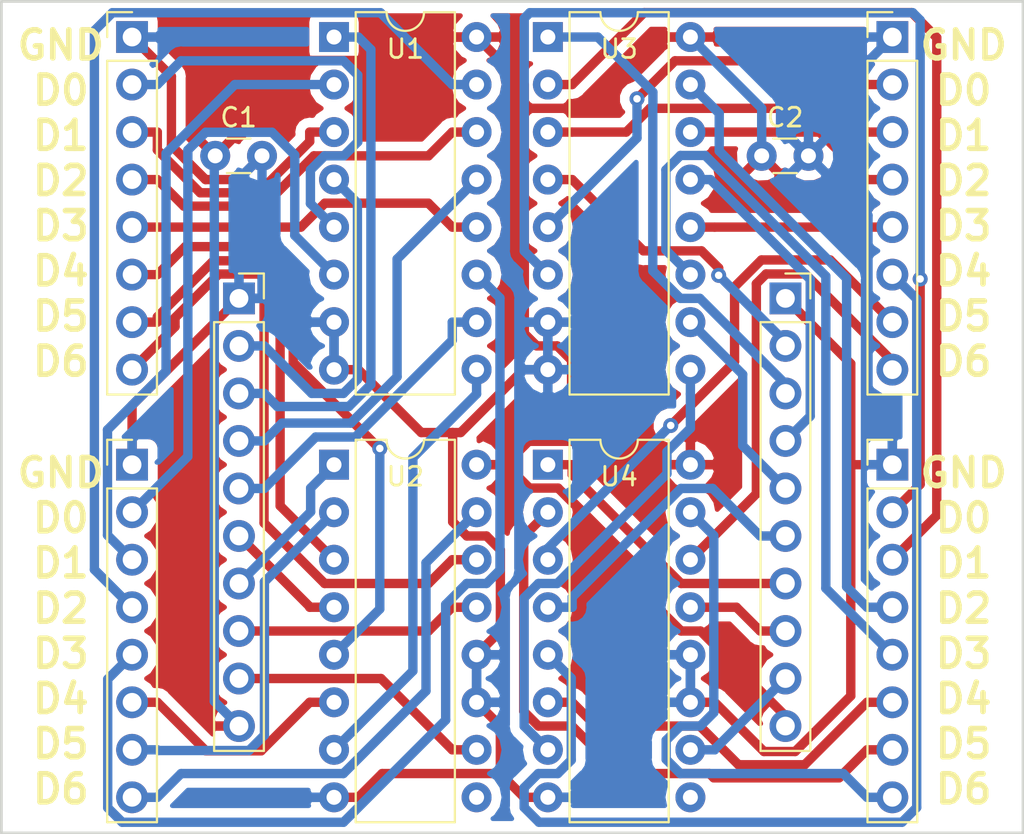
<source format=kicad_pcb>
(kicad_pcb (version 20171130) (host pcbnew "(5.0.1-3-g963ef8bb5)")

  (general
    (thickness 1.6)
    (drawings 8)
    (tracks 385)
    (zones 0)
    (modules 12)
    (nets 49)
  )

  (page A4)
  (layers
    (0 F.Cu signal)
    (31 B.Cu signal)
    (32 B.Adhes user hide)
    (33 F.Adhes user hide)
    (34 B.Paste user hide)
    (35 F.Paste user hide)
    (36 B.SilkS user)
    (37 F.SilkS user)
    (38 B.Mask user)
    (39 F.Mask user)
    (40 Dwgs.User user hide)
    (41 Cmts.User user hide)
    (42 Eco1.User user hide)
    (43 Eco2.User user hide)
    (44 Edge.Cuts user)
    (45 Margin user hide)
    (46 B.CrtYd user hide)
    (47 F.CrtYd user hide)
    (48 B.Fab user hide)
    (49 F.Fab user hide)
  )

  (setup
    (last_trace_width 0.5)
    (trace_clearance 0.2)
    (zone_clearance 0.508)
    (zone_45_only no)
    (trace_min 0.2)
    (segment_width 0.2)
    (edge_width 0.15)
    (via_size 0.8)
    (via_drill 0.4)
    (via_min_size 0.4)
    (via_min_drill 0.3)
    (uvia_size 0.3)
    (uvia_drill 0.1)
    (uvias_allowed no)
    (uvia_min_size 0.2)
    (uvia_min_drill 0.1)
    (pcb_text_width 0.3)
    (pcb_text_size 1.5 1.5)
    (mod_edge_width 0.15)
    (mod_text_size 1 1)
    (mod_text_width 0.15)
    (pad_size 1.524 1.524)
    (pad_drill 0.762)
    (pad_to_mask_clearance 0.051)
    (solder_mask_min_width 0.25)
    (aux_axis_origin 0 0)
    (visible_elements FFFFFF7F)
    (pcbplotparams
      (layerselection 0x010f0_ffffffff)
      (usegerberextensions false)
      (usegerberattributes false)
      (usegerberadvancedattributes false)
      (creategerberjobfile false)
      (excludeedgelayer true)
      (linewidth 0.100000)
      (plotframeref false)
      (viasonmask false)
      (mode 1)
      (useauxorigin false)
      (hpglpennumber 1)
      (hpglpenspeed 20)
      (hpglpendiameter 15.000000)
      (psnegative false)
      (psa4output false)
      (plotreference true)
      (plotvalue true)
      (plotinvisibletext false)
      (padsonsilk false)
      (subtractmaskfromsilk false)
      (outputformat 1)
      (mirror false)
      (drillshape 0)
      (scaleselection 1)
      (outputdirectory "out"))
  )

  (net 0 "")
  (net 1 +5V)
  (net 2 GND)
  (net 3 /L0)
  (net 4 /L1)
  (net 5 /L2)
  (net 6 /L3)
  (net 7 /L4)
  (net 8 /L5)
  (net 9 /L6)
  (net 10 /L7)
  (net 11 /A0)
  (net 12 /A1)
  (net 13 /A2)
  (net 14 /A3)
  (net 15 /A4)
  (net 16 /A5)
  (net 17 /A6)
  (net 18 /B6)
  (net 19 /B5)
  (net 20 /B4)
  (net 21 /B3)
  (net 22 /B2)
  (net 23 /B1)
  (net 24 /B0)
  (net 25 /R7)
  (net 26 /R6)
  (net 27 /R5)
  (net 28 /R4)
  (net 29 /R3)
  (net 30 /R2)
  (net 31 /R1)
  (net 32 /R0)
  (net 33 /C0)
  (net 34 /C1)
  (net 35 /C2)
  (net 36 /C3)
  (net 37 /C4)
  (net 38 /C5)
  (net 39 /C6)
  (net 40 /D6)
  (net 41 /D5)
  (net 42 /D4)
  (net 43 /D3)
  (net 44 /D2)
  (net 45 /D1)
  (net 46 /D0)
  (net 47 /LC)
  (net 48 /RC)

  (net_class Default "This is the default net class."
    (clearance 0.2)
    (trace_width 0.5)
    (via_dia 0.8)
    (via_drill 0.4)
    (uvia_dia 0.3)
    (uvia_drill 0.1)
    (add_net +5V)
    (add_net /A0)
    (add_net /A1)
    (add_net /A2)
    (add_net /A3)
    (add_net /A4)
    (add_net /A5)
    (add_net /A6)
    (add_net /B0)
    (add_net /B1)
    (add_net /B2)
    (add_net /B3)
    (add_net /B4)
    (add_net /B5)
    (add_net /B6)
    (add_net /C0)
    (add_net /C1)
    (add_net /C2)
    (add_net /C3)
    (add_net /C4)
    (add_net /C5)
    (add_net /C6)
    (add_net /D0)
    (add_net /D1)
    (add_net /D2)
    (add_net /D3)
    (add_net /D4)
    (add_net /D5)
    (add_net /D6)
    (add_net /L0)
    (add_net /L1)
    (add_net /L2)
    (add_net /L3)
    (add_net /L4)
    (add_net /L5)
    (add_net /L6)
    (add_net /L7)
    (add_net /LC)
    (add_net /R0)
    (add_net /R1)
    (add_net /R2)
    (add_net /R3)
    (add_net /R4)
    (add_net /R5)
    (add_net /R6)
    (add_net /R7)
    (add_net /RC)
    (add_net GND)
  )

  (module Capacitor_THT:C_Disc_D3.0mm_W1.6mm_P2.50mm (layer F.Cu) (tedit 5AE50EF0) (tstamp 5DC79E29)
    (at 100.965 83.185)
    (descr "C, Disc series, Radial, pin pitch=2.50mm, , diameter*width=3.0*1.6mm^2, Capacitor, http://www.vishay.com/docs/45233/krseries.pdf")
    (tags "C Disc series Radial pin pitch 2.50mm  diameter 3.0mm width 1.6mm Capacitor")
    (path /5DBCC480)
    (fp_text reference C1 (at 1.25 -2.05) (layer F.SilkS)
      (effects (font (size 1 1) (thickness 0.15)))
    )
    (fp_text value C (at 1.25 2.05) (layer F.Fab)
      (effects (font (size 1 1) (thickness 0.15)))
    )
    (fp_line (start -0.25 -0.8) (end -0.25 0.8) (layer F.Fab) (width 0.1))
    (fp_line (start -0.25 0.8) (end 2.75 0.8) (layer F.Fab) (width 0.1))
    (fp_line (start 2.75 0.8) (end 2.75 -0.8) (layer F.Fab) (width 0.1))
    (fp_line (start 2.75 -0.8) (end -0.25 -0.8) (layer F.Fab) (width 0.1))
    (fp_line (start 0.621 -0.92) (end 1.879 -0.92) (layer F.SilkS) (width 0.12))
    (fp_line (start 0.621 0.92) (end 1.879 0.92) (layer F.SilkS) (width 0.12))
    (fp_line (start -1.05 -1.05) (end -1.05 1.05) (layer F.CrtYd) (width 0.05))
    (fp_line (start -1.05 1.05) (end 3.55 1.05) (layer F.CrtYd) (width 0.05))
    (fp_line (start 3.55 1.05) (end 3.55 -1.05) (layer F.CrtYd) (width 0.05))
    (fp_line (start 3.55 -1.05) (end -1.05 -1.05) (layer F.CrtYd) (width 0.05))
    (fp_text user %R (at 1.25 0) (layer F.Fab)
      (effects (font (size 0.6 0.6) (thickness 0.09)))
    )
    (pad 1 thru_hole circle (at 0 0) (size 1.6 1.6) (drill 0.8) (layers *.Cu *.Mask)
      (net 1 +5V))
    (pad 2 thru_hole circle (at 2.5 0) (size 1.6 1.6) (drill 0.8) (layers *.Cu *.Mask)
      (net 2 GND))
    (model ${KISYS3DMOD}/Capacitor_THT.3dshapes/C_Disc_D3.0mm_W1.6mm_P2.50mm.wrl
      (at (xyz 0 0 0))
      (scale (xyz 1 1 1))
      (rotate (xyz 0 0 0))
    )
  )

  (module Capacitor_THT:C_Disc_D3.0mm_W1.6mm_P2.50mm (layer F.Cu) (tedit 5AE50EF0) (tstamp 5DC79E3A)
    (at 130.175 83.185)
    (descr "C, Disc series, Radial, pin pitch=2.50mm, , diameter*width=3.0*1.6mm^2, Capacitor, http://www.vishay.com/docs/45233/krseries.pdf")
    (tags "C Disc series Radial pin pitch 2.50mm  diameter 3.0mm width 1.6mm Capacitor")
    (path /5DBCFCD4)
    (fp_text reference C2 (at 1.25 -2.05) (layer F.SilkS)
      (effects (font (size 1 1) (thickness 0.15)))
    )
    (fp_text value C (at 1.25 2.05) (layer F.Fab)
      (effects (font (size 1 1) (thickness 0.15)))
    )
    (fp_text user %R (at 1.25 0) (layer F.Fab)
      (effects (font (size 0.6 0.6) (thickness 0.09)))
    )
    (fp_line (start 3.55 -1.05) (end -1.05 -1.05) (layer F.CrtYd) (width 0.05))
    (fp_line (start 3.55 1.05) (end 3.55 -1.05) (layer F.CrtYd) (width 0.05))
    (fp_line (start -1.05 1.05) (end 3.55 1.05) (layer F.CrtYd) (width 0.05))
    (fp_line (start -1.05 -1.05) (end -1.05 1.05) (layer F.CrtYd) (width 0.05))
    (fp_line (start 0.621 0.92) (end 1.879 0.92) (layer F.SilkS) (width 0.12))
    (fp_line (start 0.621 -0.92) (end 1.879 -0.92) (layer F.SilkS) (width 0.12))
    (fp_line (start 2.75 -0.8) (end -0.25 -0.8) (layer F.Fab) (width 0.1))
    (fp_line (start 2.75 0.8) (end 2.75 -0.8) (layer F.Fab) (width 0.1))
    (fp_line (start -0.25 0.8) (end 2.75 0.8) (layer F.Fab) (width 0.1))
    (fp_line (start -0.25 -0.8) (end -0.25 0.8) (layer F.Fab) (width 0.1))
    (pad 2 thru_hole circle (at 2.5 0) (size 1.6 1.6) (drill 0.8) (layers *.Cu *.Mask)
      (net 2 GND))
    (pad 1 thru_hole circle (at 0 0) (size 1.6 1.6) (drill 0.8) (layers *.Cu *.Mask)
      (net 1 +5V))
    (model ${KISYS3DMOD}/Capacitor_THT.3dshapes/C_Disc_D3.0mm_W1.6mm_P2.50mm.wrl
      (at (xyz 0 0 0))
      (scale (xyz 1 1 1))
      (rotate (xyz 0 0 0))
    )
  )

  (module Connector_PinSocket_2.54mm:PinSocket_1x10_P2.54mm_Vertical (layer F.Cu) (tedit 5DBB231C) (tstamp 5DC79E58)
    (at 102.235 90.805)
    (descr "Through hole straight socket strip, 1x10, 2.54mm pitch, single row (from Kicad 4.0.7), script generated")
    (tags "Through hole socket strip THT 1x10 2.54mm single row")
    (path /5DBB42AF)
    (fp_text reference J1 (at 0 -2.77) (layer F.SilkS) hide
      (effects (font (size 1 1) (thickness 0.15)))
    )
    (fp_text value Conn_01x10 (at 0 25.63) (layer F.Fab)
      (effects (font (size 1 1) (thickness 0.15)))
    )
    (fp_line (start -1.27 -1.27) (end 0.635 -1.27) (layer F.Fab) (width 0.1))
    (fp_line (start 0.635 -1.27) (end 1.27 -0.635) (layer F.Fab) (width 0.1))
    (fp_line (start 1.27 -0.635) (end 1.27 24.13) (layer F.Fab) (width 0.1))
    (fp_line (start 1.27 24.13) (end -1.27 24.13) (layer F.Fab) (width 0.1))
    (fp_line (start -1.27 24.13) (end -1.27 -1.27) (layer F.Fab) (width 0.1))
    (fp_line (start -1.33 1.27) (end 1.33 1.27) (layer F.SilkS) (width 0.12))
    (fp_line (start -1.33 1.27) (end -1.33 24.19) (layer F.SilkS) (width 0.12))
    (fp_line (start -1.33 24.19) (end 1.33 24.19) (layer F.SilkS) (width 0.12))
    (fp_line (start 1.33 1.27) (end 1.33 24.19) (layer F.SilkS) (width 0.12))
    (fp_line (start 1.33 -1.33) (end 1.33 0) (layer F.SilkS) (width 0.12))
    (fp_line (start 0 -1.33) (end 1.33 -1.33) (layer F.SilkS) (width 0.12))
    (fp_line (start -1.8 -1.8) (end 1.75 -1.8) (layer F.CrtYd) (width 0.05))
    (fp_line (start 1.75 -1.8) (end 1.75 24.6) (layer F.CrtYd) (width 0.05))
    (fp_line (start 1.75 24.6) (end -1.8 24.6) (layer F.CrtYd) (width 0.05))
    (fp_line (start -1.8 24.6) (end -1.8 -1.8) (layer F.CrtYd) (width 0.05))
    (fp_text user %R (at 0 11.43 90) (layer F.Fab)
      (effects (font (size 1 1) (thickness 0.15)))
    )
    (pad 1 thru_hole rect (at 0 0) (size 1.7 1.7) (drill 1) (layers *.Cu *.Mask)
      (net 2 GND))
    (pad 2 thru_hole oval (at 0 2.54) (size 1.7 1.7) (drill 1) (layers *.Cu *.Mask)
      (net 3 /L0))
    (pad 3 thru_hole oval (at 0 5.08) (size 1.7 1.7) (drill 1) (layers *.Cu *.Mask)
      (net 4 /L1))
    (pad 4 thru_hole oval (at 0 7.62) (size 1.7 1.7) (drill 1) (layers *.Cu *.Mask)
      (net 5 /L2))
    (pad 5 thru_hole oval (at 0 10.16) (size 1.7 1.7) (drill 1) (layers *.Cu *.Mask)
      (net 6 /L3))
    (pad 6 thru_hole oval (at 0 12.7) (size 1.7 1.7) (drill 1) (layers *.Cu *.Mask)
      (net 7 /L4))
    (pad 7 thru_hole oval (at 0 15.24) (size 1.7 1.7) (drill 1) (layers *.Cu *.Mask)
      (net 8 /L5))
    (pad 8 thru_hole oval (at 0 17.78) (size 1.7 1.7) (drill 1) (layers *.Cu *.Mask)
      (net 9 /L6))
    (pad 9 thru_hole oval (at 0 20.32) (size 1.7 1.7) (drill 1) (layers *.Cu *.Mask)
      (net 10 /L7))
    (pad 10 thru_hole oval (at 0 22.86) (size 1.7 1.7) (drill 1) (layers *.Cu *.Mask)
      (net 1 +5V))
    (model ${KISYS3DMOD}/Connector_PinSocket_2.54mm.3dshapes/PinSocket_1x10_P2.54mm_Vertical.wrl
      (at (xyz 0 0 0))
      (scale (xyz 1 1 1))
      (rotate (xyz 0 0 0))
    )
  )

  (module Connector_PinHeader_2.54mm:PinHeader_1x08_P2.54mm_Vertical (layer F.Cu) (tedit 5DBB2305) (tstamp 5DC79E74)
    (at 96.52 76.835)
    (descr "Through hole straight pin header, 1x08, 2.54mm pitch, single row")
    (tags "Through hole pin header THT 1x08 2.54mm single row")
    (path /5DBB43FC)
    (fp_text reference J2 (at 0 -2.33) (layer F.SilkS) hide
      (effects (font (size 1 1) (thickness 0.15)))
    )
    (fp_text value Conn_01x08 (at 0 20.11) (layer F.Fab)
      (effects (font (size 1 1) (thickness 0.15)))
    )
    (fp_line (start -0.635 -1.27) (end 1.27 -1.27) (layer F.Fab) (width 0.1))
    (fp_line (start 1.27 -1.27) (end 1.27 19.05) (layer F.Fab) (width 0.1))
    (fp_line (start 1.27 19.05) (end -1.27 19.05) (layer F.Fab) (width 0.1))
    (fp_line (start -1.27 19.05) (end -1.27 -0.635) (layer F.Fab) (width 0.1))
    (fp_line (start -1.27 -0.635) (end -0.635 -1.27) (layer F.Fab) (width 0.1))
    (fp_line (start -1.33 19.11) (end 1.33 19.11) (layer F.SilkS) (width 0.12))
    (fp_line (start -1.33 1.27) (end -1.33 19.11) (layer F.SilkS) (width 0.12))
    (fp_line (start 1.33 1.27) (end 1.33 19.11) (layer F.SilkS) (width 0.12))
    (fp_line (start -1.33 1.27) (end 1.33 1.27) (layer F.SilkS) (width 0.12))
    (fp_line (start -1.33 0) (end -1.33 -1.33) (layer F.SilkS) (width 0.12))
    (fp_line (start -1.33 -1.33) (end 0 -1.33) (layer F.SilkS) (width 0.12))
    (fp_line (start -1.8 -1.8) (end -1.8 19.55) (layer F.CrtYd) (width 0.05))
    (fp_line (start -1.8 19.55) (end 1.8 19.55) (layer F.CrtYd) (width 0.05))
    (fp_line (start 1.8 19.55) (end 1.8 -1.8) (layer F.CrtYd) (width 0.05))
    (fp_line (start 1.8 -1.8) (end -1.8 -1.8) (layer F.CrtYd) (width 0.05))
    (fp_text user %R (at 0 8.89 90) (layer F.Fab)
      (effects (font (size 1 1) (thickness 0.15)))
    )
    (pad 1 thru_hole rect (at 0 0) (size 1.7 1.7) (drill 1) (layers *.Cu *.Mask)
      (net 2 GND))
    (pad 2 thru_hole oval (at 0 2.54) (size 1.7 1.7) (drill 1) (layers *.Cu *.Mask)
      (net 11 /A0))
    (pad 3 thru_hole oval (at 0 5.08) (size 1.7 1.7) (drill 1) (layers *.Cu *.Mask)
      (net 12 /A1))
    (pad 4 thru_hole oval (at 0 7.62) (size 1.7 1.7) (drill 1) (layers *.Cu *.Mask)
      (net 13 /A2))
    (pad 5 thru_hole oval (at 0 10.16) (size 1.7 1.7) (drill 1) (layers *.Cu *.Mask)
      (net 14 /A3))
    (pad 6 thru_hole oval (at 0 12.7) (size 1.7 1.7) (drill 1) (layers *.Cu *.Mask)
      (net 15 /A4))
    (pad 7 thru_hole oval (at 0 15.24) (size 1.7 1.7) (drill 1) (layers *.Cu *.Mask)
      (net 16 /A5))
    (pad 8 thru_hole oval (at 0 17.78) (size 1.7 1.7) (drill 1) (layers *.Cu *.Mask)
      (net 17 /A6))
    (model ${KISYS3DMOD}/Connector_PinHeader_2.54mm.3dshapes/PinHeader_1x08_P2.54mm_Vertical.wrl
      (at (xyz 0 0 0))
      (scale (xyz 1 1 1))
      (rotate (xyz 0 0 0))
    )
  )

  (module Connector_PinHeader_2.54mm:PinHeader_1x08_P2.54mm_Vertical (layer F.Cu) (tedit 5DBB2310) (tstamp 5DC79E90)
    (at 96.52 99.695)
    (descr "Through hole straight pin header, 1x08, 2.54mm pitch, single row")
    (tags "Through hole pin header THT 1x08 2.54mm single row")
    (path /5DBB46FF)
    (fp_text reference J3 (at 0 -2.33) (layer F.SilkS) hide
      (effects (font (size 1 1) (thickness 0.15)))
    )
    (fp_text value Conn_01x08 (at 0 20.11) (layer F.Fab)
      (effects (font (size 1 1) (thickness 0.15)))
    )
    (fp_text user %R (at 0 8.89 90) (layer F.Fab)
      (effects (font (size 1 1) (thickness 0.15)))
    )
    (fp_line (start 1.8 -1.8) (end -1.8 -1.8) (layer F.CrtYd) (width 0.05))
    (fp_line (start 1.8 19.55) (end 1.8 -1.8) (layer F.CrtYd) (width 0.05))
    (fp_line (start -1.8 19.55) (end 1.8 19.55) (layer F.CrtYd) (width 0.05))
    (fp_line (start -1.8 -1.8) (end -1.8 19.55) (layer F.CrtYd) (width 0.05))
    (fp_line (start -1.33 -1.33) (end 0 -1.33) (layer F.SilkS) (width 0.12))
    (fp_line (start -1.33 0) (end -1.33 -1.33) (layer F.SilkS) (width 0.12))
    (fp_line (start -1.33 1.27) (end 1.33 1.27) (layer F.SilkS) (width 0.12))
    (fp_line (start 1.33 1.27) (end 1.33 19.11) (layer F.SilkS) (width 0.12))
    (fp_line (start -1.33 1.27) (end -1.33 19.11) (layer F.SilkS) (width 0.12))
    (fp_line (start -1.33 19.11) (end 1.33 19.11) (layer F.SilkS) (width 0.12))
    (fp_line (start -1.27 -0.635) (end -0.635 -1.27) (layer F.Fab) (width 0.1))
    (fp_line (start -1.27 19.05) (end -1.27 -0.635) (layer F.Fab) (width 0.1))
    (fp_line (start 1.27 19.05) (end -1.27 19.05) (layer F.Fab) (width 0.1))
    (fp_line (start 1.27 -1.27) (end 1.27 19.05) (layer F.Fab) (width 0.1))
    (fp_line (start -0.635 -1.27) (end 1.27 -1.27) (layer F.Fab) (width 0.1))
    (pad 8 thru_hole oval (at 0 17.78) (size 1.7 1.7) (drill 1) (layers *.Cu *.Mask)
      (net 18 /B6))
    (pad 7 thru_hole oval (at 0 15.24) (size 1.7 1.7) (drill 1) (layers *.Cu *.Mask)
      (net 19 /B5))
    (pad 6 thru_hole oval (at 0 12.7) (size 1.7 1.7) (drill 1) (layers *.Cu *.Mask)
      (net 20 /B4))
    (pad 5 thru_hole oval (at 0 10.16) (size 1.7 1.7) (drill 1) (layers *.Cu *.Mask)
      (net 21 /B3))
    (pad 4 thru_hole oval (at 0 7.62) (size 1.7 1.7) (drill 1) (layers *.Cu *.Mask)
      (net 22 /B2))
    (pad 3 thru_hole oval (at 0 5.08) (size 1.7 1.7) (drill 1) (layers *.Cu *.Mask)
      (net 23 /B1))
    (pad 2 thru_hole oval (at 0 2.54) (size 1.7 1.7) (drill 1) (layers *.Cu *.Mask)
      (net 24 /B0))
    (pad 1 thru_hole rect (at 0 0) (size 1.7 1.7) (drill 1) (layers *.Cu *.Mask)
      (net 2 GND))
    (model ${KISYS3DMOD}/Connector_PinHeader_2.54mm.3dshapes/PinHeader_1x08_P2.54mm_Vertical.wrl
      (at (xyz 0 0 0))
      (scale (xyz 1 1 1))
      (rotate (xyz 0 0 0))
    )
  )

  (module Connector_PinSocket_2.54mm:PinSocket_1x10_P2.54mm_Vertical (layer F.Cu) (tedit 5DBB2324) (tstamp 5DC79EAE)
    (at 131.445 90.805)
    (descr "Through hole straight socket strip, 1x10, 2.54mm pitch, single row (from Kicad 4.0.7), script generated")
    (tags "Through hole socket strip THT 1x10 2.54mm single row")
    (path /5DBCFC34)
    (fp_text reference J4 (at 0 -2.77) (layer F.SilkS) hide
      (effects (font (size 1 1) (thickness 0.15)))
    )
    (fp_text value Conn_01x10 (at 0 25.63) (layer F.Fab)
      (effects (font (size 1 1) (thickness 0.15)))
    )
    (fp_text user %R (at 0 11.43 90) (layer F.Fab)
      (effects (font (size 1 1) (thickness 0.15)))
    )
    (fp_line (start -1.8 24.6) (end -1.8 -1.8) (layer F.CrtYd) (width 0.05))
    (fp_line (start 1.75 24.6) (end -1.8 24.6) (layer F.CrtYd) (width 0.05))
    (fp_line (start 1.75 -1.8) (end 1.75 24.6) (layer F.CrtYd) (width 0.05))
    (fp_line (start -1.8 -1.8) (end 1.75 -1.8) (layer F.CrtYd) (width 0.05))
    (fp_line (start 0 -1.33) (end 1.33 -1.33) (layer F.SilkS) (width 0.12))
    (fp_line (start 1.33 -1.33) (end 1.33 0) (layer F.SilkS) (width 0.12))
    (fp_line (start 1.33 1.27) (end 1.33 24.19) (layer F.SilkS) (width 0.12))
    (fp_line (start -1.33 24.19) (end 1.33 24.19) (layer F.SilkS) (width 0.12))
    (fp_line (start -1.33 1.27) (end -1.33 24.19) (layer F.SilkS) (width 0.12))
    (fp_line (start -1.33 1.27) (end 1.33 1.27) (layer F.SilkS) (width 0.12))
    (fp_line (start -1.27 24.13) (end -1.27 -1.27) (layer F.Fab) (width 0.1))
    (fp_line (start 1.27 24.13) (end -1.27 24.13) (layer F.Fab) (width 0.1))
    (fp_line (start 1.27 -0.635) (end 1.27 24.13) (layer F.Fab) (width 0.1))
    (fp_line (start 0.635 -1.27) (end 1.27 -0.635) (layer F.Fab) (width 0.1))
    (fp_line (start -1.27 -1.27) (end 0.635 -1.27) (layer F.Fab) (width 0.1))
    (pad 10 thru_hole oval (at 0 22.86) (size 1.7 1.7) (drill 1) (layers *.Cu *.Mask)
      (net 1 +5V))
    (pad 9 thru_hole oval (at 0 20.32) (size 1.7 1.7) (drill 1) (layers *.Cu *.Mask)
      (net 25 /R7))
    (pad 8 thru_hole oval (at 0 17.78) (size 1.7 1.7) (drill 1) (layers *.Cu *.Mask)
      (net 26 /R6))
    (pad 7 thru_hole oval (at 0 15.24) (size 1.7 1.7) (drill 1) (layers *.Cu *.Mask)
      (net 27 /R5))
    (pad 6 thru_hole oval (at 0 12.7) (size 1.7 1.7) (drill 1) (layers *.Cu *.Mask)
      (net 28 /R4))
    (pad 5 thru_hole oval (at 0 10.16) (size 1.7 1.7) (drill 1) (layers *.Cu *.Mask)
      (net 29 /R3))
    (pad 4 thru_hole oval (at 0 7.62) (size 1.7 1.7) (drill 1) (layers *.Cu *.Mask)
      (net 30 /R2))
    (pad 3 thru_hole oval (at 0 5.08) (size 1.7 1.7) (drill 1) (layers *.Cu *.Mask)
      (net 31 /R1))
    (pad 2 thru_hole oval (at 0 2.54) (size 1.7 1.7) (drill 1) (layers *.Cu *.Mask)
      (net 32 /R0))
    (pad 1 thru_hole rect (at 0 0) (size 1.7 1.7) (drill 1) (layers *.Cu *.Mask)
      (net 2 GND))
    (model ${KISYS3DMOD}/Connector_PinSocket_2.54mm.3dshapes/PinSocket_1x10_P2.54mm_Vertical.wrl
      (at (xyz 0 0 0))
      (scale (xyz 1 1 1))
      (rotate (xyz 0 0 0))
    )
  )

  (module Connector_PinHeader_2.54mm:PinHeader_1x08_P2.54mm_Vertical (layer F.Cu) (tedit 5DBB230A) (tstamp 5DC79ECA)
    (at 137.16 76.835)
    (descr "Through hole straight pin header, 1x08, 2.54mm pitch, single row")
    (tags "Through hole pin header THT 1x08 2.54mm single row")
    (path /5DBCFC4D)
    (fp_text reference J5 (at 0 -2.33) (layer F.SilkS) hide
      (effects (font (size 1 1) (thickness 0.15)))
    )
    (fp_text value Conn_01x08 (at 0 20.11) (layer F.Fab)
      (effects (font (size 1 1) (thickness 0.15)))
    )
    (fp_line (start -0.635 -1.27) (end 1.27 -1.27) (layer F.Fab) (width 0.1))
    (fp_line (start 1.27 -1.27) (end 1.27 19.05) (layer F.Fab) (width 0.1))
    (fp_line (start 1.27 19.05) (end -1.27 19.05) (layer F.Fab) (width 0.1))
    (fp_line (start -1.27 19.05) (end -1.27 -0.635) (layer F.Fab) (width 0.1))
    (fp_line (start -1.27 -0.635) (end -0.635 -1.27) (layer F.Fab) (width 0.1))
    (fp_line (start -1.33 19.11) (end 1.33 19.11) (layer F.SilkS) (width 0.12))
    (fp_line (start -1.33 1.27) (end -1.33 19.11) (layer F.SilkS) (width 0.12))
    (fp_line (start 1.33 1.27) (end 1.33 19.11) (layer F.SilkS) (width 0.12))
    (fp_line (start -1.33 1.27) (end 1.33 1.27) (layer F.SilkS) (width 0.12))
    (fp_line (start -1.33 0) (end -1.33 -1.33) (layer F.SilkS) (width 0.12))
    (fp_line (start -1.33 -1.33) (end 0 -1.33) (layer F.SilkS) (width 0.12))
    (fp_line (start -1.8 -1.8) (end -1.8 19.55) (layer F.CrtYd) (width 0.05))
    (fp_line (start -1.8 19.55) (end 1.8 19.55) (layer F.CrtYd) (width 0.05))
    (fp_line (start 1.8 19.55) (end 1.8 -1.8) (layer F.CrtYd) (width 0.05))
    (fp_line (start 1.8 -1.8) (end -1.8 -1.8) (layer F.CrtYd) (width 0.05))
    (fp_text user %R (at 0 8.89 90) (layer F.Fab)
      (effects (font (size 1 1) (thickness 0.15)))
    )
    (pad 1 thru_hole rect (at 0 0) (size 1.7 1.7) (drill 1) (layers *.Cu *.Mask)
      (net 2 GND))
    (pad 2 thru_hole oval (at 0 2.54) (size 1.7 1.7) (drill 1) (layers *.Cu *.Mask)
      (net 33 /C0))
    (pad 3 thru_hole oval (at 0 5.08) (size 1.7 1.7) (drill 1) (layers *.Cu *.Mask)
      (net 34 /C1))
    (pad 4 thru_hole oval (at 0 7.62) (size 1.7 1.7) (drill 1) (layers *.Cu *.Mask)
      (net 35 /C2))
    (pad 5 thru_hole oval (at 0 10.16) (size 1.7 1.7) (drill 1) (layers *.Cu *.Mask)
      (net 36 /C3))
    (pad 6 thru_hole oval (at 0 12.7) (size 1.7 1.7) (drill 1) (layers *.Cu *.Mask)
      (net 37 /C4))
    (pad 7 thru_hole oval (at 0 15.24) (size 1.7 1.7) (drill 1) (layers *.Cu *.Mask)
      (net 38 /C5))
    (pad 8 thru_hole oval (at 0 17.78) (size 1.7 1.7) (drill 1) (layers *.Cu *.Mask)
      (net 39 /C6))
    (model ${KISYS3DMOD}/Connector_PinHeader_2.54mm.3dshapes/PinHeader_1x08_P2.54mm_Vertical.wrl
      (at (xyz 0 0 0))
      (scale (xyz 1 1 1))
      (rotate (xyz 0 0 0))
    )
  )

  (module Connector_PinHeader_2.54mm:PinHeader_1x08_P2.54mm_Vertical (layer F.Cu) (tedit 5DBB2316) (tstamp 5DC79EE6)
    (at 137.16 99.695)
    (descr "Through hole straight pin header, 1x08, 2.54mm pitch, single row")
    (tags "Through hole pin header THT 1x08 2.54mm single row")
    (path /5DBCFC5C)
    (fp_text reference J6 (at 0 -2.33) (layer F.SilkS) hide
      (effects (font (size 1 1) (thickness 0.15)))
    )
    (fp_text value Conn_01x08 (at 0 20.11) (layer F.Fab)
      (effects (font (size 1 1) (thickness 0.15)))
    )
    (fp_text user %R (at 0 8.89 90) (layer F.Fab)
      (effects (font (size 1 1) (thickness 0.15)))
    )
    (fp_line (start 1.8 -1.8) (end -1.8 -1.8) (layer F.CrtYd) (width 0.05))
    (fp_line (start 1.8 19.55) (end 1.8 -1.8) (layer F.CrtYd) (width 0.05))
    (fp_line (start -1.8 19.55) (end 1.8 19.55) (layer F.CrtYd) (width 0.05))
    (fp_line (start -1.8 -1.8) (end -1.8 19.55) (layer F.CrtYd) (width 0.05))
    (fp_line (start -1.33 -1.33) (end 0 -1.33) (layer F.SilkS) (width 0.12))
    (fp_line (start -1.33 0) (end -1.33 -1.33) (layer F.SilkS) (width 0.12))
    (fp_line (start -1.33 1.27) (end 1.33 1.27) (layer F.SilkS) (width 0.12))
    (fp_line (start 1.33 1.27) (end 1.33 19.11) (layer F.SilkS) (width 0.12))
    (fp_line (start -1.33 1.27) (end -1.33 19.11) (layer F.SilkS) (width 0.12))
    (fp_line (start -1.33 19.11) (end 1.33 19.11) (layer F.SilkS) (width 0.12))
    (fp_line (start -1.27 -0.635) (end -0.635 -1.27) (layer F.Fab) (width 0.1))
    (fp_line (start -1.27 19.05) (end -1.27 -0.635) (layer F.Fab) (width 0.1))
    (fp_line (start 1.27 19.05) (end -1.27 19.05) (layer F.Fab) (width 0.1))
    (fp_line (start 1.27 -1.27) (end 1.27 19.05) (layer F.Fab) (width 0.1))
    (fp_line (start -0.635 -1.27) (end 1.27 -1.27) (layer F.Fab) (width 0.1))
    (pad 8 thru_hole oval (at 0 17.78) (size 1.7 1.7) (drill 1) (layers *.Cu *.Mask)
      (net 40 /D6))
    (pad 7 thru_hole oval (at 0 15.24) (size 1.7 1.7) (drill 1) (layers *.Cu *.Mask)
      (net 41 /D5))
    (pad 6 thru_hole oval (at 0 12.7) (size 1.7 1.7) (drill 1) (layers *.Cu *.Mask)
      (net 42 /D4))
    (pad 5 thru_hole oval (at 0 10.16) (size 1.7 1.7) (drill 1) (layers *.Cu *.Mask)
      (net 43 /D3))
    (pad 4 thru_hole oval (at 0 7.62) (size 1.7 1.7) (drill 1) (layers *.Cu *.Mask)
      (net 44 /D2))
    (pad 3 thru_hole oval (at 0 5.08) (size 1.7 1.7) (drill 1) (layers *.Cu *.Mask)
      (net 45 /D1))
    (pad 2 thru_hole oval (at 0 2.54) (size 1.7 1.7) (drill 1) (layers *.Cu *.Mask)
      (net 46 /D0))
    (pad 1 thru_hole rect (at 0 0) (size 1.7 1.7) (drill 1) (layers *.Cu *.Mask)
      (net 2 GND))
    (model ${KISYS3DMOD}/Connector_PinHeader_2.54mm.3dshapes/PinHeader_1x08_P2.54mm_Vertical.wrl
      (at (xyz 0 0 0))
      (scale (xyz 1 1 1))
      (rotate (xyz 0 0 0))
    )
  )

  (module Package_DIP:DIP-16_W7.62mm (layer F.Cu) (tedit 5A02E8C5) (tstamp 5DC79F0A)
    (at 107.315 76.835)
    (descr "16-lead though-hole mounted DIP package, row spacing 7.62 mm (300 mils)")
    (tags "THT DIP DIL PDIP 2.54mm 7.62mm 300mil")
    (path /5DBC717A)
    (fp_text reference U1 (at 3.81 0.635) (layer F.SilkS)
      (effects (font (size 1 1) (thickness 0.15)))
    )
    (fp_text value 74LS283 (at 3.81 20.11) (layer F.Fab)
      (effects (font (size 1 1) (thickness 0.15)))
    )
    (fp_arc (start 3.81 -1.33) (end 2.81 -1.33) (angle -180) (layer F.SilkS) (width 0.12))
    (fp_line (start 1.635 -1.27) (end 6.985 -1.27) (layer F.Fab) (width 0.1))
    (fp_line (start 6.985 -1.27) (end 6.985 19.05) (layer F.Fab) (width 0.1))
    (fp_line (start 6.985 19.05) (end 0.635 19.05) (layer F.Fab) (width 0.1))
    (fp_line (start 0.635 19.05) (end 0.635 -0.27) (layer F.Fab) (width 0.1))
    (fp_line (start 0.635 -0.27) (end 1.635 -1.27) (layer F.Fab) (width 0.1))
    (fp_line (start 2.81 -1.33) (end 1.16 -1.33) (layer F.SilkS) (width 0.12))
    (fp_line (start 1.16 -1.33) (end 1.16 19.11) (layer F.SilkS) (width 0.12))
    (fp_line (start 1.16 19.11) (end 6.46 19.11) (layer F.SilkS) (width 0.12))
    (fp_line (start 6.46 19.11) (end 6.46 -1.33) (layer F.SilkS) (width 0.12))
    (fp_line (start 6.46 -1.33) (end 4.81 -1.33) (layer F.SilkS) (width 0.12))
    (fp_line (start -1.1 -1.55) (end -1.1 19.3) (layer F.CrtYd) (width 0.05))
    (fp_line (start -1.1 19.3) (end 8.7 19.3) (layer F.CrtYd) (width 0.05))
    (fp_line (start 8.7 19.3) (end 8.7 -1.55) (layer F.CrtYd) (width 0.05))
    (fp_line (start 8.7 -1.55) (end -1.1 -1.55) (layer F.CrtYd) (width 0.05))
    (fp_text user %R (at 3.81 8.89) (layer F.Fab)
      (effects (font (size 1 1) (thickness 0.15)))
    )
    (pad 1 thru_hole rect (at 0 0) (size 1.6 1.6) (drill 0.8) (layers *.Cu *.Mask)
      (net 4 /L1))
    (pad 9 thru_hole oval (at 7.62 17.78) (size 1.6 1.6) (drill 0.8) (layers *.Cu *.Mask)
      (net 47 /LC))
    (pad 2 thru_hole oval (at 0 2.54) (size 1.6 1.6) (drill 0.8) (layers *.Cu *.Mask)
      (net 23 /B1))
    (pad 10 thru_hole oval (at 7.62 15.24) (size 1.6 1.6) (drill 0.8) (layers *.Cu *.Mask)
      (net 6 /L3))
    (pad 3 thru_hole oval (at 0 5.08) (size 1.6 1.6) (drill 0.8) (layers *.Cu *.Mask)
      (net 12 /A1))
    (pad 11 thru_hole oval (at 7.62 12.7) (size 1.6 1.6) (drill 0.8) (layers *.Cu *.Mask)
      (net 21 /B3))
    (pad 4 thru_hole oval (at 0 7.62) (size 1.6 1.6) (drill 0.8) (layers *.Cu *.Mask)
      (net 3 /L0))
    (pad 12 thru_hole oval (at 7.62 10.16) (size 1.6 1.6) (drill 0.8) (layers *.Cu *.Mask)
      (net 14 /A3))
    (pad 5 thru_hole oval (at 0 10.16) (size 1.6 1.6) (drill 0.8) (layers *.Cu *.Mask)
      (net 11 /A0))
    (pad 13 thru_hole oval (at 7.62 7.62) (size 1.6 1.6) (drill 0.8) (layers *.Cu *.Mask)
      (net 5 /L2))
    (pad 6 thru_hole oval (at 0 12.7) (size 1.6 1.6) (drill 0.8) (layers *.Cu *.Mask)
      (net 24 /B0))
    (pad 14 thru_hole oval (at 7.62 5.08) (size 1.6 1.6) (drill 0.8) (layers *.Cu *.Mask)
      (net 13 /A2))
    (pad 7 thru_hole oval (at 0 15.24) (size 1.6 1.6) (drill 0.8) (layers *.Cu *.Mask)
      (net 2 GND))
    (pad 15 thru_hole oval (at 7.62 2.54) (size 1.6 1.6) (drill 0.8) (layers *.Cu *.Mask)
      (net 22 /B2))
    (pad 8 thru_hole oval (at 0 17.78) (size 1.6 1.6) (drill 0.8) (layers *.Cu *.Mask)
      (net 2 GND))
    (pad 16 thru_hole oval (at 7.62 0) (size 1.6 1.6) (drill 0.8) (layers *.Cu *.Mask)
      (net 1 +5V))
    (model ${KISYS3DMOD}/Package_DIP.3dshapes/DIP-16_W7.62mm.wrl
      (at (xyz 0 0 0))
      (scale (xyz 1 1 1))
      (rotate (xyz 0 0 0))
    )
  )

  (module Package_DIP:DIP-16_W7.62mm (layer F.Cu) (tedit 5A02E8C5) (tstamp 5DC79F2E)
    (at 107.315 99.695)
    (descr "16-lead though-hole mounted DIP package, row spacing 7.62 mm (300 mils)")
    (tags "THT DIP DIL PDIP 2.54mm 7.62mm 300mil")
    (path /5DBC71C3)
    (fp_text reference U2 (at 3.81 0.635) (layer F.SilkS)
      (effects (font (size 1 1) (thickness 0.15)))
    )
    (fp_text value 74LS283 (at 3.81 20.11) (layer F.Fab)
      (effects (font (size 1 1) (thickness 0.15)))
    )
    (fp_text user %R (at 3.81 8.89) (layer F.Fab)
      (effects (font (size 1 1) (thickness 0.15)))
    )
    (fp_line (start 8.7 -1.55) (end -1.1 -1.55) (layer F.CrtYd) (width 0.05))
    (fp_line (start 8.7 19.3) (end 8.7 -1.55) (layer F.CrtYd) (width 0.05))
    (fp_line (start -1.1 19.3) (end 8.7 19.3) (layer F.CrtYd) (width 0.05))
    (fp_line (start -1.1 -1.55) (end -1.1 19.3) (layer F.CrtYd) (width 0.05))
    (fp_line (start 6.46 -1.33) (end 4.81 -1.33) (layer F.SilkS) (width 0.12))
    (fp_line (start 6.46 19.11) (end 6.46 -1.33) (layer F.SilkS) (width 0.12))
    (fp_line (start 1.16 19.11) (end 6.46 19.11) (layer F.SilkS) (width 0.12))
    (fp_line (start 1.16 -1.33) (end 1.16 19.11) (layer F.SilkS) (width 0.12))
    (fp_line (start 2.81 -1.33) (end 1.16 -1.33) (layer F.SilkS) (width 0.12))
    (fp_line (start 0.635 -0.27) (end 1.635 -1.27) (layer F.Fab) (width 0.1))
    (fp_line (start 0.635 19.05) (end 0.635 -0.27) (layer F.Fab) (width 0.1))
    (fp_line (start 6.985 19.05) (end 0.635 19.05) (layer F.Fab) (width 0.1))
    (fp_line (start 6.985 -1.27) (end 6.985 19.05) (layer F.Fab) (width 0.1))
    (fp_line (start 1.635 -1.27) (end 6.985 -1.27) (layer F.Fab) (width 0.1))
    (fp_arc (start 3.81 -1.33) (end 2.81 -1.33) (angle -180) (layer F.SilkS) (width 0.12))
    (pad 16 thru_hole oval (at 7.62 0) (size 1.6 1.6) (drill 0.8) (layers *.Cu *.Mask)
      (net 1 +5V))
    (pad 8 thru_hole oval (at 0 17.78) (size 1.6 1.6) (drill 0.8) (layers *.Cu *.Mask)
      (net 2 GND))
    (pad 15 thru_hole oval (at 7.62 2.54) (size 1.6 1.6) (drill 0.8) (layers *.Cu *.Mask)
      (net 18 /B6))
    (pad 7 thru_hole oval (at 0 15.24) (size 1.6 1.6) (drill 0.8) (layers *.Cu *.Mask)
      (net 47 /LC))
    (pad 14 thru_hole oval (at 7.62 5.08) (size 1.6 1.6) (drill 0.8) (layers *.Cu *.Mask)
      (net 17 /A6))
    (pad 6 thru_hole oval (at 0 12.7) (size 1.6 1.6) (drill 0.8) (layers *.Cu *.Mask)
      (net 20 /B4))
    (pad 13 thru_hole oval (at 7.62 7.62) (size 1.6 1.6) (drill 0.8) (layers *.Cu *.Mask)
      (net 9 /L6))
    (pad 5 thru_hole oval (at 0 10.16) (size 1.6 1.6) (drill 0.8) (layers *.Cu *.Mask)
      (net 15 /A4))
    (pad 12 thru_hole oval (at 7.62 10.16) (size 1.6 1.6) (drill 0.8) (layers *.Cu *.Mask)
      (net 2 GND))
    (pad 4 thru_hole oval (at 0 7.62) (size 1.6 1.6) (drill 0.8) (layers *.Cu *.Mask)
      (net 7 /L4))
    (pad 11 thru_hole oval (at 7.62 12.7) (size 1.6 1.6) (drill 0.8) (layers *.Cu *.Mask)
      (net 2 GND))
    (pad 3 thru_hole oval (at 0 5.08) (size 1.6 1.6) (drill 0.8) (layers *.Cu *.Mask)
      (net 16 /A5))
    (pad 10 thru_hole oval (at 7.62 15.24) (size 1.6 1.6) (drill 0.8) (layers *.Cu *.Mask)
      (net 10 /L7))
    (pad 2 thru_hole oval (at 0 2.54) (size 1.6 1.6) (drill 0.8) (layers *.Cu *.Mask)
      (net 19 /B5))
    (pad 9 thru_hole oval (at 7.62 17.78) (size 1.6 1.6) (drill 0.8) (layers *.Cu *.Mask))
    (pad 1 thru_hole rect (at 0 0) (size 1.6 1.6) (drill 0.8) (layers *.Cu *.Mask)
      (net 8 /L5))
    (model ${KISYS3DMOD}/Package_DIP.3dshapes/DIP-16_W7.62mm.wrl
      (at (xyz 0 0 0))
      (scale (xyz 1 1 1))
      (rotate (xyz 0 0 0))
    )
  )

  (module Package_DIP:DIP-16_W7.62mm (layer F.Cu) (tedit 5A02E8C5) (tstamp 5DC79F52)
    (at 118.745 76.835)
    (descr "16-lead though-hole mounted DIP package, row spacing 7.62 mm (300 mils)")
    (tags "THT DIP DIL PDIP 2.54mm 7.62mm 300mil")
    (path /5DBCFC7B)
    (fp_text reference U3 (at 3.81 0.635) (layer F.SilkS)
      (effects (font (size 1 1) (thickness 0.15)))
    )
    (fp_text value 74LS283 (at 3.81 20.11) (layer F.Fab)
      (effects (font (size 1 1) (thickness 0.15)))
    )
    (fp_arc (start 3.81 -1.33) (end 2.81 -1.33) (angle -180) (layer F.SilkS) (width 0.12))
    (fp_line (start 1.635 -1.27) (end 6.985 -1.27) (layer F.Fab) (width 0.1))
    (fp_line (start 6.985 -1.27) (end 6.985 19.05) (layer F.Fab) (width 0.1))
    (fp_line (start 6.985 19.05) (end 0.635 19.05) (layer F.Fab) (width 0.1))
    (fp_line (start 0.635 19.05) (end 0.635 -0.27) (layer F.Fab) (width 0.1))
    (fp_line (start 0.635 -0.27) (end 1.635 -1.27) (layer F.Fab) (width 0.1))
    (fp_line (start 2.81 -1.33) (end 1.16 -1.33) (layer F.SilkS) (width 0.12))
    (fp_line (start 1.16 -1.33) (end 1.16 19.11) (layer F.SilkS) (width 0.12))
    (fp_line (start 1.16 19.11) (end 6.46 19.11) (layer F.SilkS) (width 0.12))
    (fp_line (start 6.46 19.11) (end 6.46 -1.33) (layer F.SilkS) (width 0.12))
    (fp_line (start 6.46 -1.33) (end 4.81 -1.33) (layer F.SilkS) (width 0.12))
    (fp_line (start -1.1 -1.55) (end -1.1 19.3) (layer F.CrtYd) (width 0.05))
    (fp_line (start -1.1 19.3) (end 8.7 19.3) (layer F.CrtYd) (width 0.05))
    (fp_line (start 8.7 19.3) (end 8.7 -1.55) (layer F.CrtYd) (width 0.05))
    (fp_line (start 8.7 -1.55) (end -1.1 -1.55) (layer F.CrtYd) (width 0.05))
    (fp_text user %R (at 3.81 8.89) (layer F.Fab)
      (effects (font (size 1 1) (thickness 0.15)))
    )
    (pad 1 thru_hole rect (at 0 0) (size 1.6 1.6) (drill 0.8) (layers *.Cu *.Mask)
      (net 31 /R1))
    (pad 9 thru_hole oval (at 7.62 17.78) (size 1.6 1.6) (drill 0.8) (layers *.Cu *.Mask)
      (net 48 /RC))
    (pad 2 thru_hole oval (at 0 2.54) (size 1.6 1.6) (drill 0.8) (layers *.Cu *.Mask)
      (net 45 /D1))
    (pad 10 thru_hole oval (at 7.62 15.24) (size 1.6 1.6) (drill 0.8) (layers *.Cu *.Mask)
      (net 29 /R3))
    (pad 3 thru_hole oval (at 0 5.08) (size 1.6 1.6) (drill 0.8) (layers *.Cu *.Mask)
      (net 34 /C1))
    (pad 11 thru_hole oval (at 7.62 12.7) (size 1.6 1.6) (drill 0.8) (layers *.Cu *.Mask)
      (net 43 /D3))
    (pad 4 thru_hole oval (at 0 7.62) (size 1.6 1.6) (drill 0.8) (layers *.Cu *.Mask)
      (net 32 /R0))
    (pad 12 thru_hole oval (at 7.62 10.16) (size 1.6 1.6) (drill 0.8) (layers *.Cu *.Mask)
      (net 36 /C3))
    (pad 5 thru_hole oval (at 0 10.16) (size 1.6 1.6) (drill 0.8) (layers *.Cu *.Mask)
      (net 33 /C0))
    (pad 13 thru_hole oval (at 7.62 7.62) (size 1.6 1.6) (drill 0.8) (layers *.Cu *.Mask)
      (net 30 /R2))
    (pad 6 thru_hole oval (at 0 12.7) (size 1.6 1.6) (drill 0.8) (layers *.Cu *.Mask)
      (net 46 /D0))
    (pad 14 thru_hole oval (at 7.62 5.08) (size 1.6 1.6) (drill 0.8) (layers *.Cu *.Mask)
      (net 35 /C2))
    (pad 7 thru_hole oval (at 0 15.24) (size 1.6 1.6) (drill 0.8) (layers *.Cu *.Mask)
      (net 2 GND))
    (pad 15 thru_hole oval (at 7.62 2.54) (size 1.6 1.6) (drill 0.8) (layers *.Cu *.Mask)
      (net 44 /D2))
    (pad 8 thru_hole oval (at 0 17.78) (size 1.6 1.6) (drill 0.8) (layers *.Cu *.Mask)
      (net 2 GND))
    (pad 16 thru_hole oval (at 7.62 0) (size 1.6 1.6) (drill 0.8) (layers *.Cu *.Mask)
      (net 1 +5V))
    (model ${KISYS3DMOD}/Package_DIP.3dshapes/DIP-16_W7.62mm.wrl
      (at (xyz 0 0 0))
      (scale (xyz 1 1 1))
      (rotate (xyz 0 0 0))
    )
  )

  (module Package_DIP:DIP-16_W7.62mm (layer F.Cu) (tedit 5A02E8C5) (tstamp 5DC79F76)
    (at 118.745 99.695)
    (descr "16-lead though-hole mounted DIP package, row spacing 7.62 mm (300 mils)")
    (tags "THT DIP DIL PDIP 2.54mm 7.62mm 300mil")
    (path /5DBCFC82)
    (fp_text reference U4 (at 3.81 0.635) (layer F.SilkS)
      (effects (font (size 1 1) (thickness 0.15)))
    )
    (fp_text value 74LS283 (at 3.81 20.11) (layer F.Fab)
      (effects (font (size 1 1) (thickness 0.15)))
    )
    (fp_text user %R (at 3.81 8.89) (layer F.Fab)
      (effects (font (size 1 1) (thickness 0.15)))
    )
    (fp_line (start 8.7 -1.55) (end -1.1 -1.55) (layer F.CrtYd) (width 0.05))
    (fp_line (start 8.7 19.3) (end 8.7 -1.55) (layer F.CrtYd) (width 0.05))
    (fp_line (start -1.1 19.3) (end 8.7 19.3) (layer F.CrtYd) (width 0.05))
    (fp_line (start -1.1 -1.55) (end -1.1 19.3) (layer F.CrtYd) (width 0.05))
    (fp_line (start 6.46 -1.33) (end 4.81 -1.33) (layer F.SilkS) (width 0.12))
    (fp_line (start 6.46 19.11) (end 6.46 -1.33) (layer F.SilkS) (width 0.12))
    (fp_line (start 1.16 19.11) (end 6.46 19.11) (layer F.SilkS) (width 0.12))
    (fp_line (start 1.16 -1.33) (end 1.16 19.11) (layer F.SilkS) (width 0.12))
    (fp_line (start 2.81 -1.33) (end 1.16 -1.33) (layer F.SilkS) (width 0.12))
    (fp_line (start 0.635 -0.27) (end 1.635 -1.27) (layer F.Fab) (width 0.1))
    (fp_line (start 0.635 19.05) (end 0.635 -0.27) (layer F.Fab) (width 0.1))
    (fp_line (start 6.985 19.05) (end 0.635 19.05) (layer F.Fab) (width 0.1))
    (fp_line (start 6.985 -1.27) (end 6.985 19.05) (layer F.Fab) (width 0.1))
    (fp_line (start 1.635 -1.27) (end 6.985 -1.27) (layer F.Fab) (width 0.1))
    (fp_arc (start 3.81 -1.33) (end 2.81 -1.33) (angle -180) (layer F.SilkS) (width 0.12))
    (pad 16 thru_hole oval (at 7.62 0) (size 1.6 1.6) (drill 0.8) (layers *.Cu *.Mask)
      (net 1 +5V))
    (pad 8 thru_hole oval (at 0 17.78) (size 1.6 1.6) (drill 0.8) (layers *.Cu *.Mask)
      (net 2 GND))
    (pad 15 thru_hole oval (at 7.62 2.54) (size 1.6 1.6) (drill 0.8) (layers *.Cu *.Mask)
      (net 40 /D6))
    (pad 7 thru_hole oval (at 0 15.24) (size 1.6 1.6) (drill 0.8) (layers *.Cu *.Mask)
      (net 48 /RC))
    (pad 14 thru_hole oval (at 7.62 5.08) (size 1.6 1.6) (drill 0.8) (layers *.Cu *.Mask)
      (net 39 /C6))
    (pad 6 thru_hole oval (at 0 12.7) (size 1.6 1.6) (drill 0.8) (layers *.Cu *.Mask)
      (net 42 /D4))
    (pad 13 thru_hole oval (at 7.62 7.62) (size 1.6 1.6) (drill 0.8) (layers *.Cu *.Mask)
      (net 26 /R6))
    (pad 5 thru_hole oval (at 0 10.16) (size 1.6 1.6) (drill 0.8) (layers *.Cu *.Mask)
      (net 37 /C4))
    (pad 12 thru_hole oval (at 7.62 10.16) (size 1.6 1.6) (drill 0.8) (layers *.Cu *.Mask)
      (net 2 GND))
    (pad 4 thru_hole oval (at 0 7.62) (size 1.6 1.6) (drill 0.8) (layers *.Cu *.Mask)
      (net 28 /R4))
    (pad 11 thru_hole oval (at 7.62 12.7) (size 1.6 1.6) (drill 0.8) (layers *.Cu *.Mask)
      (net 2 GND))
    (pad 3 thru_hole oval (at 0 5.08) (size 1.6 1.6) (drill 0.8) (layers *.Cu *.Mask)
      (net 38 /C5))
    (pad 10 thru_hole oval (at 7.62 15.24) (size 1.6 1.6) (drill 0.8) (layers *.Cu *.Mask)
      (net 25 /R7))
    (pad 2 thru_hole oval (at 0 2.54) (size 1.6 1.6) (drill 0.8) (layers *.Cu *.Mask)
      (net 41 /D5))
    (pad 9 thru_hole oval (at 7.62 17.78) (size 1.6 1.6) (drill 0.8) (layers *.Cu *.Mask))
    (pad 1 thru_hole rect (at 0 0) (size 1.6 1.6) (drill 0.8) (layers *.Cu *.Mask)
      (net 27 /R5))
    (model ${KISYS3DMOD}/Package_DIP.3dshapes/DIP-16_W7.62mm.wrl
      (at (xyz 0 0 0))
      (scale (xyz 1 1 1))
      (rotate (xyz 0 0 0))
    )
  )

  (gr_line (start 144.145 74.93) (end 89.535 74.93) (layer Edge.Cuts) (width 0.15))
  (gr_line (start 144.145 119.38) (end 144.145 74.93) (layer Edge.Cuts) (width 0.15))
  (gr_line (start 89.535 119.38) (end 144.145 119.38) (layer Edge.Cuts) (width 0.15))
  (gr_line (start 89.535 74.93) (end 89.535 119.38) (layer Edge.Cuts) (width 0.15))
  (gr_text "GND\nD0\nD1\nD2\nD3\nD4\nD5\nD6" (at 140.97 108.585) (layer F.SilkS) (tstamp 5DC7AAE6)
    (effects (font (size 1.5 1.5) (thickness 0.3)))
  )
  (gr_text "GND\nD0\nD1\nD2\nD3\nD4\nD5\nD6" (at 140.97 85.725) (layer F.SilkS) (tstamp 5DC7AAE4)
    (effects (font (size 1.5 1.5) (thickness 0.3)))
  )
  (gr_text "GND\nD0\nD1\nD2\nD3\nD4\nD5\nD6" (at 92.71 108.585) (layer F.SilkS) (tstamp 5DC7AAE2)
    (effects (font (size 1.5 1.5) (thickness 0.3)))
  )
  (gr_text "GND\nD0\nD1\nD2\nD3\nD4\nD5\nD6" (at 92.71 85.725) (layer F.SilkS)
    (effects (font (size 1.5 1.5) (thickness 0.3)))
  )

  (segment (start 117.4885 80.645) (end 117.4885 79.3885) (width 0.5) (layer F.Cu) (net 1))
  (segment (start 117.4885 79.3885) (end 114.935 76.835) (width 0.5) (layer F.Cu) (net 1))
  (segment (start 125.065 76.835) (end 121.255 80.645) (width 0.5) (layer F.Cu) (net 1))
  (segment (start 121.255 80.645) (end 117.4885 80.645) (width 0.5) (layer F.Cu) (net 1))
  (segment (start 120.0122 98.4447) (end 120.0122 94.1133) (width 0.5) (layer F.Cu) (net 1))
  (segment (start 120.0122 94.1133) (end 119.2439 93.345) (width 0.5) (layer F.Cu) (net 1))
  (segment (start 119.2439 93.345) (end 118.1506 93.345) (width 0.5) (layer F.Cu) (net 1))
  (segment (start 118.1506 93.345) (end 117.4885 92.6829) (width 0.5) (layer F.Cu) (net 1))
  (segment (start 117.4885 92.6829) (end 117.4885 80.645) (width 0.5) (layer F.Cu) (net 1))
  (segment (start 126.365 76.835) (end 125.065 76.835) (width 0.5) (layer F.Cu) (net 1))
  (segment (start 120.0122 98.4447) (end 117.7198 98.4447) (width 0.5) (layer F.Cu) (net 1))
  (segment (start 117.7198 98.4447) (end 116.8602 99.3043) (width 0.5) (layer F.Cu) (net 1))
  (segment (start 116.8602 99.3043) (end 116.8602 99.695) (width 0.5) (layer F.Cu) (net 1))
  (segment (start 125.065 99.695) (end 123.8147 98.4447) (width 0.5) (layer F.Cu) (net 1))
  (segment (start 123.8147 98.4447) (end 120.0122 98.4447) (width 0.5) (layer F.Cu) (net 1))
  (segment (start 130.175 83.185) (end 130.175 80.645) (width 0.5) (layer B.Cu) (net 1))
  (segment (start 130.175 80.645) (end 126.365 76.835) (width 0.5) (layer B.Cu) (net 1))
  (segment (start 116.8602 99.695) (end 116.8602 100.0471) (width 0.5) (layer F.Cu) (net 1))
  (segment (start 116.8602 100.0471) (end 117.7585 100.9454) (width 0.5) (layer F.Cu) (net 1))
  (segment (start 117.7585 100.9454) (end 119.2923 100.9454) (width 0.5) (layer F.Cu) (net 1))
  (segment (start 119.2923 100.9454) (end 122.5746 104.2277) (width 0.5) (layer F.Cu) (net 1))
  (segment (start 122.5746 104.2277) (end 122.5746 105.2935) (width 0.5) (layer F.Cu) (net 1))
  (segment (start 122.5746 105.2935) (end 125.8661 108.585) (width 0.5) (layer F.Cu) (net 1))
  (segment (start 125.8661 108.585) (end 126.9038 108.585) (width 0.5) (layer F.Cu) (net 1))
  (segment (start 126.9038 108.585) (end 131.445 113.1262) (width 0.5) (layer F.Cu) (net 1))
  (segment (start 131.445 113.1262) (end 131.445 113.665) (width 0.5) (layer F.Cu) (net 1))
  (segment (start 116.8602 99.695) (end 116.235 99.695) (width 0.5) (layer F.Cu) (net 1))
  (segment (start 114.935 99.695) (end 116.235 99.695) (width 0.5) (layer F.Cu) (net 1))
  (segment (start 126.365 99.695) (end 125.065 99.695) (width 0.5) (layer F.Cu) (net 1))
  (segment (start 114.935 76.835) (end 113.635 76.835) (width 0.5) (layer F.Cu) (net 1))
  (segment (start 100.965 83.185) (end 106.0646 78.0854) (width 0.5) (layer F.Cu) (net 1))
  (segment (start 106.0646 78.0854) (end 112.3846 78.0854) (width 0.5) (layer F.Cu) (net 1))
  (segment (start 112.3846 78.0854) (end 113.635 76.835) (width 0.5) (layer F.Cu) (net 1))
  (segment (start 100.965 83.185) (end 100.9147 83.2353) (width 0.5) (layer B.Cu) (net 1))
  (segment (start 100.9147 83.2353) (end 100.9147 112.3447) (width 0.5) (layer B.Cu) (net 1))
  (segment (start 100.9147 112.3447) (end 102.235 113.665) (width 0.5) (layer B.Cu) (net 1))
  (segment (start 118.745 94.615) (end 117.445 94.615) (width 0.5) (layer F.Cu) (net 2))
  (segment (start 113.6563 97.9761) (end 111.9761 97.9761) (width 0.5) (layer F.Cu) (net 2))
  (segment (start 111.9761 97.9761) (end 108.615 94.615) (width 0.5) (layer F.Cu) (net 2))
  (segment (start 117.445 94.615) (end 114.0839 97.9761) (width 0.5) (layer F.Cu) (net 2))
  (segment (start 114.0839 97.9761) (end 113.6563 97.9761) (width 0.5) (layer F.Cu) (net 2))
  (segment (start 114.935 109.855) (end 116.2073 108.5827) (width 0.5) (layer F.Cu) (net 2))
  (segment (start 116.2073 108.5827) (end 116.2073 104.2481) (width 0.5) (layer F.Cu) (net 2))
  (segment (start 116.2073 104.2481) (end 115.4642 103.505) (width 0.5) (layer F.Cu) (net 2))
  (segment (start 115.4642 103.505) (end 114.4159 103.505) (width 0.5) (layer F.Cu) (net 2))
  (segment (start 114.4159 103.505) (end 113.6563 102.7454) (width 0.5) (layer F.Cu) (net 2))
  (segment (start 113.6563 102.7454) (end 113.6563 97.9761) (width 0.5) (layer F.Cu) (net 2))
  (segment (start 107.315 94.615) (end 108.615 94.615) (width 0.5) (layer F.Cu) (net 2))
  (segment (start 137.16 99.695) (end 137.16 98.345) (width 0.5) (layer B.Cu) (net 2))
  (segment (start 137.16 98.345) (end 135.8596 97.0446) (width 0.5) (layer B.Cu) (net 2))
  (segment (start 135.8596 97.0446) (end 135.8596 86.3696) (width 0.5) (layer B.Cu) (net 2))
  (segment (start 135.8596 86.3696) (end 132.675 83.185) (width 0.5) (layer B.Cu) (net 2))
  (segment (start 116.205 116.205) (end 109.885 116.205) (width 0.5) (layer F.Cu) (net 2))
  (segment (start 109.885 116.205) (end 108.615 117.475) (width 0.5) (layer F.Cu) (net 2))
  (segment (start 117.445 117.475) (end 117.445 117.445) (width 0.5) (layer F.Cu) (net 2))
  (segment (start 117.445 117.445) (end 116.205 116.205) (width 0.5) (layer F.Cu) (net 2))
  (segment (start 116.205 116.205) (end 116.205 113.665) (width 0.5) (layer F.Cu) (net 2))
  (segment (start 116.205 113.665) (end 114.935 112.395) (width 0.5) (layer F.Cu) (net 2))
  (segment (start 118.745 117.475) (end 117.445 117.475) (width 0.5) (layer F.Cu) (net 2))
  (segment (start 107.315 117.475) (end 108.615 117.475) (width 0.5) (layer F.Cu) (net 2))
  (segment (start 134.9375 99.695) (end 134.9375 94.2975) (width 0.5) (layer F.Cu) (net 2))
  (segment (start 134.9375 94.2975) (end 131.445 90.805) (width 0.5) (layer F.Cu) (net 2))
  (segment (start 127.665 112.395) (end 130.2962 115.0262) (width 0.5) (layer F.Cu) (net 2))
  (segment (start 130.2962 115.0262) (end 131.9648 115.0262) (width 0.5) (layer F.Cu) (net 2))
  (segment (start 131.9648 115.0262) (end 134.9375 112.0535) (width 0.5) (layer F.Cu) (net 2))
  (segment (start 134.9375 112.0535) (end 134.9375 99.695) (width 0.5) (layer F.Cu) (net 2))
  (segment (start 134.9375 99.695) (end 135.81 99.695) (width 0.5) (layer F.Cu) (net 2))
  (segment (start 137.16 99.695) (end 135.81 99.695) (width 0.5) (layer F.Cu) (net 2))
  (segment (start 114.935 112.395) (end 114.935 109.855) (width 0.5) (layer B.Cu) (net 2))
  (segment (start 118.745 94.615) (end 118.745 92.075) (width 0.5) (layer B.Cu) (net 2))
  (segment (start 103.465 83.185) (end 102.1951 84.4549) (width 0.5) (layer F.Cu) (net 2))
  (segment (start 102.1951 84.4549) (end 100.4461 84.4549) (width 0.5) (layer F.Cu) (net 2))
  (segment (start 100.4461 84.4549) (end 98.6238 82.6326) (width 0.5) (layer F.Cu) (net 2))
  (segment (start 98.6238 82.6326) (end 98.6238 78.9388) (width 0.5) (layer F.Cu) (net 2))
  (segment (start 98.6238 78.9388) (end 96.52 76.835) (width 0.5) (layer F.Cu) (net 2))
  (segment (start 137.16 76.835) (end 132.675 81.32) (width 0.5) (layer B.Cu) (net 2))
  (segment (start 132.675 81.32) (end 132.675 83.185) (width 0.5) (layer B.Cu) (net 2))
  (segment (start 126.365 112.395) (end 127.665 112.395) (width 0.5) (layer F.Cu) (net 2))
  (segment (start 125.065 112.395) (end 120.045 117.415) (width 0.5) (layer B.Cu) (net 2))
  (segment (start 120.045 117.415) (end 120.045 117.475) (width 0.5) (layer B.Cu) (net 2))
  (segment (start 96.52 98.345) (end 96.52 96.52) (width 0.5) (layer F.Cu) (net 2))
  (segment (start 96.52 96.52) (end 102.235 90.805) (width 0.5) (layer F.Cu) (net 2))
  (segment (start 107.315 92.075) (end 106.015 92.075) (width 0.5) (layer B.Cu) (net 2))
  (segment (start 126.365 112.395) (end 125.065 112.395) (width 0.5) (layer B.Cu) (net 2))
  (segment (start 118.745 117.475) (end 120.045 117.475) (width 0.5) (layer B.Cu) (net 2))
  (segment (start 126.365 112.395) (end 126.365 111.155) (width 0.5) (layer B.Cu) (net 2))
  (segment (start 96.52 99.695) (end 96.52 98.345) (width 0.5) (layer F.Cu) (net 2))
  (segment (start 103.465 90.805) (end 102.235 90.805) (width 0.5) (layer B.Cu) (net 2))
  (segment (start 106.015 92.075) (end 104.745 90.805) (width 0.5) (layer B.Cu) (net 2))
  (segment (start 104.745 90.805) (end 103.465 90.805) (width 0.5) (layer B.Cu) (net 2))
  (segment (start 103.465 90.805) (end 103.465 83.185) (width 0.5) (layer B.Cu) (net 2))
  (segment (start 126.365 109.855) (end 126.365 111.155) (width 0.5) (layer B.Cu) (net 2))
  (segment (start 107.315 94.615) (end 107.315 92.075) (width 0.5) (layer B.Cu) (net 2))
  (segment (start 102.235 93.345) (end 103.585 93.345) (width 0.5) (layer B.Cu) (net 3))
  (segment (start 107.315 84.455) (end 108.5654 85.7054) (width 0.5) (layer B.Cu) (net 3))
  (segment (start 108.5654 85.7054) (end 108.5654 95.1365) (width 0.5) (layer B.Cu) (net 3))
  (segment (start 108.5654 95.1365) (end 107.8169 95.885) (width 0.5) (layer B.Cu) (net 3))
  (segment (start 107.8169 95.885) (end 106.125 95.885) (width 0.5) (layer B.Cu) (net 3))
  (segment (start 106.125 95.885) (end 103.585 93.345) (width 0.5) (layer B.Cu) (net 3))
  (segment (start 103.585 95.885) (end 104.2854 96.5854) (width 0.5) (layer B.Cu) (net 4))
  (segment (start 104.2854 96.5854) (end 108.107 96.5854) (width 0.5) (layer B.Cu) (net 4))
  (segment (start 108.107 96.5854) (end 109.286 95.4064) (width 0.5) (layer B.Cu) (net 4))
  (segment (start 109.286 95.4064) (end 109.286 77.506) (width 0.5) (layer B.Cu) (net 4))
  (segment (start 109.286 77.506) (end 108.615 76.835) (width 0.5) (layer B.Cu) (net 4))
  (segment (start 107.315 76.835) (end 108.615 76.835) (width 0.5) (layer B.Cu) (net 4))
  (segment (start 102.235 95.885) (end 103.585 95.885) (width 0.5) (layer B.Cu) (net 4))
  (segment (start 103.585 98.425) (end 104.5396 97.4704) (width 0.5) (layer B.Cu) (net 5))
  (segment (start 104.5396 97.4704) (end 108.2125 97.4704) (width 0.5) (layer B.Cu) (net 5))
  (segment (start 108.2125 97.4704) (end 110.6866 94.9963) (width 0.5) (layer B.Cu) (net 5))
  (segment (start 110.6866 94.9963) (end 110.6866 88.7034) (width 0.5) (layer B.Cu) (net 5))
  (segment (start 110.6866 88.7034) (end 114.935 84.455) (width 0.5) (layer B.Cu) (net 5))
  (segment (start 102.235 98.425) (end 103.585 98.425) (width 0.5) (layer B.Cu) (net 5))
  (segment (start 103.585 100.965) (end 106.3347 98.2153) (width 0.5) (layer B.Cu) (net 6))
  (segment (start 106.3347 98.2153) (end 108.4581 98.2153) (width 0.5) (layer B.Cu) (net 6))
  (segment (start 108.4581 98.2153) (end 113.635 93.0384) (width 0.5) (layer B.Cu) (net 6))
  (segment (start 113.635 93.0384) (end 113.635 92.075) (width 0.5) (layer B.Cu) (net 6))
  (segment (start 114.935 92.075) (end 113.635 92.075) (width 0.5) (layer B.Cu) (net 6))
  (segment (start 102.235 100.965) (end 103.585 100.965) (width 0.5) (layer B.Cu) (net 6))
  (segment (start 107.315 107.315) (end 106.015 107.315) (width 0.5) (layer F.Cu) (net 7))
  (segment (start 106.015 107.315) (end 106.015 107.285) (width 0.5) (layer F.Cu) (net 7))
  (segment (start 106.015 107.285) (end 102.235 103.505) (width 0.5) (layer F.Cu) (net 7))
  (segment (start 107.315 99.695) (end 106.0646 100.9454) (width 0.5) (layer B.Cu) (net 8))
  (segment (start 106.0646 100.9454) (end 106.0646 102.2154) (width 0.5) (layer B.Cu) (net 8))
  (segment (start 106.0646 102.2154) (end 102.235 106.045) (width 0.5) (layer B.Cu) (net 8))
  (segment (start 114.935 107.315) (end 113.635 107.315) (width 0.5) (layer F.Cu) (net 9))
  (segment (start 113.635 107.315) (end 112.365 108.585) (width 0.5) (layer F.Cu) (net 9))
  (segment (start 112.365 108.585) (end 102.235 108.585) (width 0.5) (layer F.Cu) (net 9))
  (segment (start 114.935 114.935) (end 113.635 114.935) (width 0.5) (layer F.Cu) (net 10))
  (segment (start 113.635 114.935) (end 109.825 111.125) (width 0.5) (layer F.Cu) (net 10))
  (segment (start 109.825 111.125) (end 102.235 111.125) (width 0.5) (layer F.Cu) (net 10))
  (segment (start 96.52 79.375) (end 97.87 79.375) (width 0.5) (layer B.Cu) (net 11))
  (segment (start 107.315 86.995) (end 106.0536 85.7336) (width 0.5) (layer B.Cu) (net 11))
  (segment (start 106.0536 85.7336) (end 106.0536 83.9438) (width 0.5) (layer B.Cu) (net 11))
  (segment (start 106.0536 83.9438) (end 106.8124 83.185) (width 0.5) (layer B.Cu) (net 11))
  (segment (start 106.8124 83.185) (end 107.8394 83.185) (width 0.5) (layer B.Cu) (net 11))
  (segment (start 107.8394 83.185) (end 108.585 82.4394) (width 0.5) (layer B.Cu) (net 11))
  (segment (start 108.585 82.4394) (end 108.585 78.8675) (width 0.5) (layer B.Cu) (net 11))
  (segment (start 108.585 78.8675) (end 107.8226 78.1051) (width 0.5) (layer B.Cu) (net 11))
  (segment (start 107.8226 78.1051) (end 99.1399 78.1051) (width 0.5) (layer B.Cu) (net 11))
  (segment (start 99.1399 78.1051) (end 97.87 79.375) (width 0.5) (layer B.Cu) (net 11))
  (segment (start 106.015 81.915) (end 106.015 82.4208) (width 0.5) (layer F.Cu) (net 12))
  (segment (start 106.015 82.4208) (end 103.2762 85.1596) (width 0.5) (layer F.Cu) (net 12))
  (segment (start 103.2762 85.1596) (end 100.1599 85.1596) (width 0.5) (layer F.Cu) (net 12))
  (segment (start 100.1599 85.1596) (end 97.87 82.8697) (width 0.5) (layer F.Cu) (net 12))
  (segment (start 97.87 82.8697) (end 97.87 81.915) (width 0.5) (layer F.Cu) (net 12))
  (segment (start 96.52 81.915) (end 97.87 81.915) (width 0.5) (layer F.Cu) (net 12))
  (segment (start 107.315 81.915) (end 106.015 81.915) (width 0.5) (layer F.Cu) (net 12))
  (segment (start 113.635 81.915) (end 112.365 83.185) (width 0.5) (layer F.Cu) (net 13))
  (segment (start 112.365 83.185) (end 106.2413 83.185) (width 0.5) (layer F.Cu) (net 13))
  (segment (start 106.2413 83.185) (end 103.551 85.8753) (width 0.5) (layer F.Cu) (net 13))
  (segment (start 103.551 85.8753) (end 99.2903 85.8753) (width 0.5) (layer F.Cu) (net 13))
  (segment (start 99.2903 85.8753) (end 97.87 84.455) (width 0.5) (layer F.Cu) (net 13))
  (segment (start 114.935 81.915) (end 113.635 81.915) (width 0.5) (layer F.Cu) (net 13))
  (segment (start 96.52 84.455) (end 97.87 84.455) (width 0.5) (layer F.Cu) (net 13))
  (segment (start 114.935 86.995) (end 113.635 86.995) (width 0.5) (layer F.Cu) (net 14))
  (segment (start 113.635 86.995) (end 112.3558 85.7158) (width 0.5) (layer F.Cu) (net 14))
  (segment (start 112.3558 85.7158) (end 106.8258 85.7158) (width 0.5) (layer F.Cu) (net 14))
  (segment (start 106.8258 85.7158) (end 105.5466 86.995) (width 0.5) (layer F.Cu) (net 14))
  (segment (start 105.5466 86.995) (end 96.52 86.995) (width 0.5) (layer F.Cu) (net 14))
  (segment (start 107.315 109.855) (end 109.7613 107.4087) (width 0.5) (layer B.Cu) (net 15))
  (segment (start 109.7613 107.4087) (end 109.7613 98.8265) (width 0.5) (layer B.Cu) (net 15))
  (segment (start 97.87 89.535) (end 99.3658 88.0392) (width 0.5) (layer F.Cu) (net 15))
  (segment (start 99.3658 88.0392) (end 103.8391 88.0392) (width 0.5) (layer F.Cu) (net 15))
  (segment (start 103.8391 88.0392) (end 105.1341 89.3342) (width 0.5) (layer F.Cu) (net 15))
  (segment (start 105.1341 89.3342) (end 105.1341 94.2219) (width 0.5) (layer F.Cu) (net 15))
  (segment (start 105.1341 94.2219) (end 109.7387 98.8265) (width 0.5) (layer F.Cu) (net 15))
  (segment (start 109.7387 98.8265) (end 109.7613 98.8265) (width 0.5) (layer F.Cu) (net 15))
  (segment (start 96.52 89.535) (end 97.87 89.535) (width 0.5) (layer F.Cu) (net 15))
  (via (at 109.7613 98.8265) (size 0.8) (layers F.Cu B.Cu) (net 15))
  (segment (start 96.52 92.075) (end 97.87 92.075) (width 0.5) (layer F.Cu) (net 16))
  (segment (start 107.315 104.775) (end 104.4337 101.8937) (width 0.5) (layer F.Cu) (net 16))
  (segment (start 104.4337 101.8937) (end 104.4337 89.6243) (width 0.5) (layer F.Cu) (net 16))
  (segment (start 104.4337 89.6243) (end 103.6043 88.7949) (width 0.5) (layer F.Cu) (net 16))
  (segment (start 103.6043 88.7949) (end 100.8704 88.7949) (width 0.5) (layer F.Cu) (net 16))
  (segment (start 100.8704 88.7949) (end 97.87 91.7953) (width 0.5) (layer F.Cu) (net 16))
  (segment (start 97.87 91.7953) (end 97.87 92.075) (width 0.5) (layer F.Cu) (net 16))
  (segment (start 114.935 104.775) (end 113.635 104.775) (width 0.5) (layer F.Cu) (net 17))
  (segment (start 113.635 104.775) (end 112.365 106.045) (width 0.5) (layer F.Cu) (net 17))
  (segment (start 112.365 106.045) (end 106.8121 106.045) (width 0.5) (layer F.Cu) (net 17))
  (segment (start 106.8121 106.045) (end 103.5743 102.8072) (width 0.5) (layer F.Cu) (net 17))
  (segment (start 103.5743 102.8072) (end 103.5743 89.7679) (width 0.5) (layer F.Cu) (net 17))
  (segment (start 103.5743 89.7679) (end 103.311 89.5046) (width 0.5) (layer F.Cu) (net 17))
  (segment (start 103.311 89.5046) (end 101.1512 89.5046) (width 0.5) (layer F.Cu) (net 17))
  (segment (start 101.1512 89.5046) (end 98.8167 91.8391) (width 0.5) (layer F.Cu) (net 17))
  (segment (start 98.8167 91.8391) (end 98.8167 92.3183) (width 0.5) (layer F.Cu) (net 17))
  (segment (start 98.8167 92.3183) (end 96.52 94.615) (width 0.5) (layer F.Cu) (net 17))
  (segment (start 114.935 102.235) (end 112.231 104.939) (width 0.5) (layer B.Cu) (net 18))
  (segment (start 112.231 104.939) (end 112.231 111.7878) (width 0.5) (layer B.Cu) (net 18))
  (segment (start 112.231 111.7878) (end 107.8138 116.205) (width 0.5) (layer B.Cu) (net 18))
  (segment (start 107.8138 116.205) (end 99.14 116.205) (width 0.5) (layer B.Cu) (net 18))
  (segment (start 99.14 116.205) (end 97.87 117.475) (width 0.5) (layer B.Cu) (net 18))
  (segment (start 96.52 117.475) (end 97.87 117.475) (width 0.5) (layer B.Cu) (net 18))
  (segment (start 107.315 102.235) (end 103.5946 105.9554) (width 0.5) (layer B.Cu) (net 19))
  (segment (start 103.5946 105.9554) (end 103.5946 114.1484) (width 0.5) (layer B.Cu) (net 19))
  (segment (start 103.5946 114.1484) (end 102.7695 114.9735) (width 0.5) (layer B.Cu) (net 19))
  (segment (start 102.7695 114.9735) (end 97.9085 114.9735) (width 0.5) (layer B.Cu) (net 19))
  (segment (start 97.9085 114.9735) (end 97.87 114.935) (width 0.5) (layer B.Cu) (net 19))
  (segment (start 96.52 114.935) (end 97.87 114.935) (width 0.5) (layer B.Cu) (net 19))
  (segment (start 96.52 112.395) (end 97.87 112.395) (width 0.5) (layer F.Cu) (net 20))
  (segment (start 107.315 112.395) (end 106.015 112.395) (width 0.5) (layer F.Cu) (net 20))
  (segment (start 106.015 112.395) (end 103.4193 114.9907) (width 0.5) (layer F.Cu) (net 20))
  (segment (start 103.4193 114.9907) (end 100.4657 114.9907) (width 0.5) (layer F.Cu) (net 20))
  (segment (start 100.4657 114.9907) (end 97.87 112.395) (width 0.5) (layer F.Cu) (net 20))
  (segment (start 114.935 89.535) (end 116.1854 90.7854) (width 0.5) (layer B.Cu) (net 21))
  (segment (start 116.1854 90.7854) (end 116.1854 105.325) (width 0.5) (layer B.Cu) (net 21))
  (segment (start 116.1854 105.325) (end 115.4654 106.045) (width 0.5) (layer B.Cu) (net 21))
  (segment (start 115.4654 106.045) (end 114.4091 106.045) (width 0.5) (layer B.Cu) (net 21))
  (segment (start 114.4091 106.045) (end 113.2814 107.1727) (width 0.5) (layer B.Cu) (net 21))
  (segment (start 113.2814 107.1727) (end 113.2814 113.3468) (width 0.5) (layer B.Cu) (net 21))
  (segment (start 113.2814 113.3468) (end 107.8195 118.8087) (width 0.5) (layer B.Cu) (net 21))
  (segment (start 107.8195 118.8087) (end 95.9956 118.8087) (width 0.5) (layer B.Cu) (net 21))
  (segment (start 95.9956 118.8087) (end 95.2173 118.0304) (width 0.5) (layer B.Cu) (net 21))
  (segment (start 95.2173 118.0304) (end 95.2173 111.1577) (width 0.5) (layer B.Cu) (net 21))
  (segment (start 95.2173 111.1577) (end 96.52 109.855) (width 0.5) (layer B.Cu) (net 21))
  (segment (start 113.635 79.375) (end 109.7946 75.5346) (width 0.5) (layer B.Cu) (net 22))
  (segment (start 109.7946 75.5346) (end 95.4676 75.5346) (width 0.5) (layer B.Cu) (net 22))
  (segment (start 95.4676 75.5346) (end 94.5061 76.4961) (width 0.5) (layer B.Cu) (net 22))
  (segment (start 94.5061 76.4961) (end 94.5061 105.3011) (width 0.5) (layer B.Cu) (net 22))
  (segment (start 94.5061 105.3011) (end 96.52 107.315) (width 0.5) (layer B.Cu) (net 22))
  (segment (start 114.935 79.375) (end 113.635 79.375) (width 0.5) (layer B.Cu) (net 22))
  (segment (start 107.315 79.375) (end 102.013 79.375) (width 0.5) (layer B.Cu) (net 23))
  (segment (start 102.013 79.375) (end 98.3359 83.0521) (width 0.5) (layer B.Cu) (net 23))
  (segment (start 98.3359 83.0521) (end 98.3359 94.6992) (width 0.5) (layer B.Cu) (net 23))
  (segment (start 98.3359 94.6992) (end 95.2065 97.8286) (width 0.5) (layer B.Cu) (net 23))
  (segment (start 95.2065 97.8286) (end 95.2065 103.4615) (width 0.5) (layer B.Cu) (net 23))
  (segment (start 95.2065 103.4615) (end 96.52 104.775) (width 0.5) (layer B.Cu) (net 23))
  (segment (start 107.315 89.535) (end 105.2161 87.4361) (width 0.5) (layer B.Cu) (net 24))
  (segment (start 105.2161 87.4361) (end 105.2161 83.1417) (width 0.5) (layer B.Cu) (net 24))
  (segment (start 105.2161 83.1417) (end 104.0001 81.9257) (width 0.5) (layer B.Cu) (net 24))
  (segment (start 104.0001 81.9257) (end 100.4528 81.9257) (width 0.5) (layer B.Cu) (net 24))
  (segment (start 100.4528 81.9257) (end 99.5017 82.8768) (width 0.5) (layer B.Cu) (net 24))
  (segment (start 99.5017 82.8768) (end 99.5017 99.2533) (width 0.5) (layer B.Cu) (net 24))
  (segment (start 99.5017 99.2533) (end 96.52 102.235) (width 0.5) (layer B.Cu) (net 24))
  (segment (start 126.365 114.935) (end 127.665 114.935) (width 0.5) (layer B.Cu) (net 25))
  (segment (start 127.665 114.935) (end 127.665 114.905) (width 0.5) (layer B.Cu) (net 25))
  (segment (start 127.665 114.905) (end 131.445 111.125) (width 0.5) (layer B.Cu) (net 25))
  (segment (start 131.445 108.585) (end 130.095 108.585) (width 0.5) (layer F.Cu) (net 26))
  (segment (start 126.365 107.315) (end 128.825 107.315) (width 0.5) (layer F.Cu) (net 26))
  (segment (start 128.825 107.315) (end 130.095 108.585) (width 0.5) (layer F.Cu) (net 26))
  (segment (start 118.745 99.695) (end 120.045 99.695) (width 0.5) (layer F.Cu) (net 27))
  (segment (start 120.045 99.695) (end 120.045 100.2234) (width 0.5) (layer F.Cu) (net 27))
  (segment (start 120.045 100.2234) (end 125.8666 106.045) (width 0.5) (layer F.Cu) (net 27))
  (segment (start 125.8666 106.045) (end 131.445 106.045) (width 0.5) (layer F.Cu) (net 27))
  (segment (start 118.745 107.315) (end 120.045 107.315) (width 0.5) (layer B.Cu) (net 28))
  (segment (start 131.445 103.505) (end 130.095 103.505) (width 0.5) (layer B.Cu) (net 28))
  (segment (start 120.045 107.315) (end 120.045 106.7774) (width 0.5) (layer B.Cu) (net 28))
  (segment (start 120.045 106.7774) (end 125.8574 100.965) (width 0.5) (layer B.Cu) (net 28))
  (segment (start 125.8574 100.965) (end 127.555 100.965) (width 0.5) (layer B.Cu) (net 28))
  (segment (start 127.555 100.965) (end 130.095 103.505) (width 0.5) (layer B.Cu) (net 28))
  (segment (start 126.365 92.075) (end 129.1583 94.8683) (width 0.5) (layer B.Cu) (net 29))
  (segment (start 129.1583 94.8683) (end 129.1583 98.6783) (width 0.5) (layer B.Cu) (net 29))
  (segment (start 129.1583 98.6783) (end 131.445 100.965) (width 0.5) (layer B.Cu) (net 29))
  (segment (start 126.365 84.455) (end 127.4378 84.455) (width 0.5) (layer B.Cu) (net 30))
  (segment (start 127.4378 84.455) (end 132.7699 89.7871) (width 0.5) (layer B.Cu) (net 30))
  (segment (start 132.7699 89.7871) (end 132.7699 97.1001) (width 0.5) (layer B.Cu) (net 30))
  (segment (start 132.7699 97.1001) (end 131.445 98.425) (width 0.5) (layer B.Cu) (net 30))
  (segment (start 131.445 95.885) (end 131.445 95.379) (width 0.5) (layer B.Cu) (net 31))
  (segment (start 131.445 95.379) (end 126.871 90.805) (width 0.5) (layer B.Cu) (net 31))
  (segment (start 126.871 90.805) (end 125.8249 90.805) (width 0.5) (layer B.Cu) (net 31))
  (segment (start 125.8249 90.805) (end 124.3537 89.3338) (width 0.5) (layer B.Cu) (net 31))
  (segment (start 124.3537 89.3338) (end 124.3537 80.4952) (width 0.5) (layer B.Cu) (net 31))
  (segment (start 124.3537 80.4952) (end 124.3607 80.4882) (width 0.5) (layer B.Cu) (net 31))
  (segment (start 124.3607 80.4882) (end 124.3607 79.7836) (width 0.5) (layer B.Cu) (net 31))
  (segment (start 124.3607 79.7836) (end 121.4121 76.835) (width 0.5) (layer B.Cu) (net 31))
  (segment (start 121.4121 76.835) (end 118.745 76.835) (width 0.5) (layer B.Cu) (net 31))
  (segment (start 118.745 84.455) (end 120.045 84.455) (width 0.5) (layer F.Cu) (net 32))
  (segment (start 127.875 89.5721) (end 131.445 93.1421) (width 0.5) (layer B.Cu) (net 32))
  (segment (start 131.445 93.1421) (end 131.445 93.345) (width 0.5) (layer B.Cu) (net 32))
  (segment (start 120.045 84.455) (end 123.855 88.265) (width 0.5) (layer F.Cu) (net 32))
  (segment (start 123.855 88.265) (end 126.9607 88.265) (width 0.5) (layer F.Cu) (net 32))
  (segment (start 126.9607 88.265) (end 127.875 89.1793) (width 0.5) (layer F.Cu) (net 32))
  (segment (start 127.875 89.1793) (end 127.875 89.5721) (width 0.5) (layer F.Cu) (net 32))
  (via (at 127.875 89.5721) (size 0.8) (layers F.Cu B.Cu) (net 32))
  (segment (start 137.16 79.375) (end 135.81 79.375) (width 0.5) (layer F.Cu) (net 33))
  (segment (start 123.5104 80.1359) (end 125.5412 78.1051) (width 0.5) (layer F.Cu) (net 33))
  (segment (start 125.5412 78.1051) (end 134.5401 78.1051) (width 0.5) (layer F.Cu) (net 33))
  (segment (start 134.5401 78.1051) (end 135.81 79.375) (width 0.5) (layer F.Cu) (net 33))
  (segment (start 118.745 86.995) (end 123.5104 82.2296) (width 0.5) (layer B.Cu) (net 33))
  (segment (start 123.5104 82.2296) (end 123.5104 80.1359) (width 0.5) (layer B.Cu) (net 33))
  (via (at 123.5104 80.1359) (size 0.8) (layers F.Cu B.Cu) (net 33))
  (segment (start 120.045 81.915) (end 122.9339 81.915) (width 0.5) (layer F.Cu) (net 34))
  (segment (start 122.9339 81.915) (end 124.2038 80.6451) (width 0.5) (layer F.Cu) (net 34))
  (segment (start 124.2038 80.6451) (end 134.5401 80.6451) (width 0.5) (layer F.Cu) (net 34))
  (segment (start 134.5401 80.6451) (end 135.81 81.915) (width 0.5) (layer F.Cu) (net 34))
  (segment (start 137.16 81.915) (end 135.81 81.915) (width 0.5) (layer F.Cu) (net 34))
  (segment (start 118.745 81.915) (end 120.045 81.915) (width 0.5) (layer F.Cu) (net 34))
  (segment (start 137.16 84.455) (end 135.81 84.455) (width 0.5) (layer F.Cu) (net 35))
  (segment (start 126.365 81.915) (end 133.27 81.915) (width 0.5) (layer F.Cu) (net 35))
  (segment (start 133.27 81.915) (end 135.81 84.455) (width 0.5) (layer F.Cu) (net 35))
  (segment (start 135.81 86.995) (end 127.665 86.995) (width 0.5) (layer F.Cu) (net 36))
  (segment (start 137.16 86.995) (end 135.81 86.995) (width 0.5) (layer F.Cu) (net 36))
  (segment (start 126.365 86.995) (end 127.665 86.995) (width 0.5) (layer F.Cu) (net 36))
  (segment (start 118.745 109.855) (end 119.9954 111.1054) (width 0.5) (layer B.Cu) (net 37))
  (segment (start 119.9954 111.1054) (end 119.9954 115.4848) (width 0.5) (layer B.Cu) (net 37))
  (segment (start 119.9954 115.4848) (end 119.2752 116.205) (width 0.5) (layer B.Cu) (net 37))
  (segment (start 119.2752 116.205) (end 118.2327 116.205) (width 0.5) (layer B.Cu) (net 37))
  (segment (start 118.2327 116.205) (end 117.479 116.9587) (width 0.5) (layer B.Cu) (net 37))
  (segment (start 117.479 116.9587) (end 117.479 118.0159) (width 0.5) (layer B.Cu) (net 37))
  (segment (start 117.479 118.0159) (end 118.2705 118.8074) (width 0.5) (layer B.Cu) (net 37))
  (segment (start 118.2705 118.8074) (end 137.6752 118.8074) (width 0.5) (layer B.Cu) (net 37))
  (segment (start 137.6752 118.8074) (end 138.4615 118.0211) (width 0.5) (layer B.Cu) (net 37))
  (segment (start 138.4615 118.0211) (end 138.4615 90.8365) (width 0.5) (layer B.Cu) (net 37))
  (segment (start 138.4615 90.8365) (end 137.16 89.535) (width 0.5) (layer B.Cu) (net 37))
  (segment (start 125.3126 97.5989) (end 128.7254 94.1861) (width 0.5) (layer F.Cu) (net 38))
  (segment (start 128.7254 94.1861) (end 128.7254 90.1856) (width 0.5) (layer F.Cu) (net 38))
  (segment (start 128.7254 90.1856) (end 130.16 88.751) (width 0.5) (layer F.Cu) (net 38))
  (segment (start 130.16 88.751) (end 133.836 88.751) (width 0.5) (layer F.Cu) (net 38))
  (segment (start 133.836 88.751) (end 137.16 92.075) (width 0.5) (layer F.Cu) (net 38))
  (segment (start 118.745 104.775) (end 118.745 104.1665) (width 0.5) (layer B.Cu) (net 38))
  (segment (start 118.745 104.1665) (end 125.3126 97.5989) (width 0.5) (layer B.Cu) (net 38))
  (via (at 125.3126 97.5989) (size 0.8) (layers F.Cu B.Cu) (net 38))
  (segment (start 126.365 104.775) (end 129.8907 101.2493) (width 0.5) (layer F.Cu) (net 39))
  (segment (start 129.8907 101.2493) (end 129.8907 90.02) (width 0.5) (layer F.Cu) (net 39))
  (segment (start 129.8907 90.02) (end 130.4112 89.4995) (width 0.5) (layer F.Cu) (net 39))
  (segment (start 130.4112 89.4995) (end 132.4995 89.4995) (width 0.5) (layer F.Cu) (net 39))
  (segment (start 132.4995 89.4995) (end 137.16 94.16) (width 0.5) (layer F.Cu) (net 39))
  (segment (start 137.16 94.16) (end 137.16 94.615) (width 0.5) (layer F.Cu) (net 39))
  (segment (start 137.16 117.475) (end 135.81 117.475) (width 0.5) (layer B.Cu) (net 40))
  (segment (start 126.365 102.235) (end 127.6154 103.4854) (width 0.5) (layer B.Cu) (net 40))
  (segment (start 127.6154 103.4854) (end 127.6154 112.9448) (width 0.5) (layer B.Cu) (net 40))
  (segment (start 127.6154 112.9448) (end 126.8952 113.665) (width 0.5) (layer B.Cu) (net 40))
  (segment (start 126.8952 113.665) (end 125.8325 113.665) (width 0.5) (layer B.Cu) (net 40))
  (segment (start 125.8325 113.665) (end 125.0693 114.4282) (width 0.5) (layer B.Cu) (net 40))
  (segment (start 125.0693 114.4282) (end 125.0693 115.4487) (width 0.5) (layer B.Cu) (net 40))
  (segment (start 125.0693 115.4487) (end 125.8256 116.205) (width 0.5) (layer B.Cu) (net 40))
  (segment (start 125.8256 116.205) (end 134.54 116.205) (width 0.5) (layer B.Cu) (net 40))
  (segment (start 134.54 116.205) (end 135.81 117.475) (width 0.5) (layer B.Cu) (net 40))
  (segment (start 137.16 114.935) (end 135.81 114.935) (width 0.5) (layer F.Cu) (net 41))
  (segment (start 118.745 102.235) (end 117.455 103.525) (width 0.5) (layer F.Cu) (net 41))
  (segment (start 117.455 103.525) (end 117.455 112.8799) (width 0.5) (layer F.Cu) (net 41))
  (segment (start 117.455 112.8799) (end 118.2401 113.665) (width 0.5) (layer F.Cu) (net 41))
  (segment (start 118.2401 113.665) (end 120.0346 113.665) (width 0.5) (layer F.Cu) (net 41))
  (segment (start 120.0346 113.665) (end 122.5746 116.205) (width 0.5) (layer F.Cu) (net 41))
  (segment (start 122.5746 116.205) (end 127.3861 116.205) (width 0.5) (layer F.Cu) (net 41))
  (segment (start 127.3861 116.205) (end 127.6154 116.4343) (width 0.5) (layer F.Cu) (net 41))
  (segment (start 127.6154 116.4343) (end 134.3107 116.4343) (width 0.5) (layer F.Cu) (net 41))
  (segment (start 134.3107 116.4343) (end 135.81 114.935) (width 0.5) (layer F.Cu) (net 41))
  (segment (start 137.16 112.395) (end 135.81 112.395) (width 0.5) (layer F.Cu) (net 42))
  (segment (start 118.745 112.395) (end 120.045 112.395) (width 0.5) (layer F.Cu) (net 42))
  (segment (start 120.045 112.395) (end 121.315 113.665) (width 0.5) (layer F.Cu) (net 42))
  (segment (start 121.315 113.665) (end 126.8667 113.665) (width 0.5) (layer F.Cu) (net 42))
  (segment (start 126.8667 113.665) (end 128.9356 115.7339) (width 0.5) (layer F.Cu) (net 42))
  (segment (start 128.9356 115.7339) (end 132.4711 115.7339) (width 0.5) (layer F.Cu) (net 42))
  (segment (start 132.4711 115.7339) (end 135.81 112.395) (width 0.5) (layer F.Cu) (net 42))
  (segment (start 126.365 89.535) (end 125.0542 88.2242) (width 0.5) (layer B.Cu) (net 43))
  (segment (start 125.0542 88.2242) (end 125.0542 83.9399) (width 0.5) (layer B.Cu) (net 43))
  (segment (start 125.0542 83.9399) (end 125.8287 83.1654) (width 0.5) (layer B.Cu) (net 43))
  (segment (start 125.8287 83.1654) (end 127.1542 83.1654) (width 0.5) (layer B.Cu) (net 43))
  (segment (start 127.1542 83.1654) (end 133.6037 89.6149) (width 0.5) (layer B.Cu) (net 43))
  (segment (start 133.6037 89.6149) (end 133.6037 106.2987) (width 0.5) (layer B.Cu) (net 43))
  (segment (start 133.6037 106.2987) (end 137.16 109.855) (width 0.5) (layer B.Cu) (net 43))
  (segment (start 137.16 107.315) (end 135.81 107.315) (width 0.5) (layer B.Cu) (net 44))
  (segment (start 126.365 79.375) (end 127.9056 80.9156) (width 0.5) (layer B.Cu) (net 44))
  (segment (start 127.9056 80.9156) (end 127.9056 82.9263) (width 0.5) (layer B.Cu) (net 44))
  (segment (start 127.9056 82.9263) (end 134.7141 89.7348) (width 0.5) (layer B.Cu) (net 44))
  (segment (start 134.7141 89.7348) (end 134.7141 106.2191) (width 0.5) (layer B.Cu) (net 44))
  (segment (start 134.7141 106.2191) (end 135.81 107.315) (width 0.5) (layer B.Cu) (net 44))
  (segment (start 118.745 79.375) (end 120.045 79.375) (width 0.5) (layer F.Cu) (net 45))
  (segment (start 120.045 79.375) (end 123.8921 75.5279) (width 0.5) (layer F.Cu) (net 45))
  (segment (start 123.8921 75.5279) (end 138.1979 75.5279) (width 0.5) (layer F.Cu) (net 45))
  (segment (start 138.1979 75.5279) (end 139.5335 76.8635) (width 0.5) (layer F.Cu) (net 45))
  (segment (start 139.5335 76.8635) (end 139.5335 102.4015) (width 0.5) (layer F.Cu) (net 45))
  (segment (start 139.5335 102.4015) (end 137.16 104.775) (width 0.5) (layer F.Cu) (net 45))
  (segment (start 138.6468 89.7677) (end 138.6468 100.7482) (width 0.5) (layer F.Cu) (net 46))
  (segment (start 138.6468 100.7482) (end 137.16 102.235) (width 0.5) (layer F.Cu) (net 46))
  (segment (start 118.745 89.535) (end 117.4838 88.2738) (width 0.5) (layer B.Cu) (net 46))
  (segment (start 117.4838 88.2738) (end 117.4838 75.8309) (width 0.5) (layer B.Cu) (net 46))
  (segment (start 117.4838 75.8309) (end 117.7801 75.5346) (width 0.5) (layer B.Cu) (net 46))
  (segment (start 117.7801 75.5346) (end 138.2493 75.5346) (width 0.5) (layer B.Cu) (net 46))
  (segment (start 138.2493 75.5346) (end 138.6468 75.9321) (width 0.5) (layer B.Cu) (net 46))
  (segment (start 138.6468 75.9321) (end 138.6468 89.7677) (width 0.5) (layer B.Cu) (net 46))
  (via (at 138.6468 89.7677) (size 0.8) (layers F.Cu B.Cu) (net 46))
  (segment (start 114.935 95.915) (end 111.5307 99.3193) (width 0.5) (layer B.Cu) (net 47))
  (segment (start 111.5307 99.3193) (end 111.5307 110.7193) (width 0.5) (layer B.Cu) (net 47))
  (segment (start 111.5307 110.7193) (end 107.315 114.935) (width 0.5) (layer B.Cu) (net 47))
  (segment (start 114.935 94.615) (end 114.935 95.915) (width 0.5) (layer B.Cu) (net 47))
  (segment (start 118.745 114.935) (end 117.4788 113.6688) (width 0.5) (layer B.Cu) (net 48))
  (segment (start 117.4788 113.6688) (end 117.4788 106.8088) (width 0.5) (layer B.Cu) (net 48))
  (segment (start 117.4788 106.8088) (end 118.2426 106.045) (width 0.5) (layer B.Cu) (net 48))
  (segment (start 118.2426 106.045) (end 119.2454 106.045) (width 0.5) (layer B.Cu) (net 48))
  (segment (start 119.2454 106.045) (end 125.112 100.1784) (width 0.5) (layer B.Cu) (net 48))
  (segment (start 125.112 100.1784) (end 125.112 99.0021) (width 0.5) (layer B.Cu) (net 48))
  (segment (start 125.112 99.0021) (end 126.365 97.7491) (width 0.5) (layer B.Cu) (net 48))
  (segment (start 126.365 97.7491) (end 126.365 95.915) (width 0.5) (layer B.Cu) (net 48))
  (segment (start 126.365 94.615) (end 126.365 95.915) (width 0.5) (layer B.Cu) (net 48))

  (zone (net 2) (net_name GND) (layer B.Cu) (tstamp 0) (hatch edge 0.508)
    (connect_pads (clearance 0.508))
    (min_thickness 0.254)
    (fill yes (arc_segments 16) (thermal_gap 0.508) (thermal_bridge_width 0.508))
    (polygon
      (pts
        (xy 90.17 75.565) (xy 90.17 118.745) (xy 143.51 118.745) (xy 143.51 75.565)
      )
    )
    (filled_polygon
      (pts
        (xy 116.581463 75.8309) (xy 116.598801 75.918066) (xy 116.5988 88.186639) (xy 116.581463 88.2738) (xy 116.5988 88.360961)
        (xy 116.5988 88.360964) (xy 116.650148 88.619109) (xy 116.845751 88.911849) (xy 116.919647 88.961225) (xy 117.316983 89.358561)
        (xy 117.281887 89.535) (xy 117.39326 90.094909) (xy 117.710423 90.569577) (xy 118.094108 90.825947) (xy 117.889866 90.922611)
        (xy 117.513959 91.337577) (xy 117.353096 91.725961) (xy 117.475085 91.948) (xy 118.618 91.948) (xy 118.618 91.928)
        (xy 118.872 91.928) (xy 118.872 91.948) (xy 120.014915 91.948) (xy 120.136904 91.725961) (xy 119.976041 91.337577)
        (xy 119.600134 90.922611) (xy 119.395892 90.825947) (xy 119.779577 90.569577) (xy 120.09674 90.094909) (xy 120.208113 89.535)
        (xy 120.09674 88.975091) (xy 119.779577 88.500423) (xy 119.427242 88.265) (xy 119.779577 88.029577) (xy 120.09674 87.554909)
        (xy 120.208113 86.995) (xy 120.173017 86.818561) (xy 123.468701 83.522878) (xy 123.4687 89.246639) (xy 123.451363 89.3338)
        (xy 123.4687 89.420961) (xy 123.4687 89.420964) (xy 123.520048 89.679109) (xy 123.715651 89.971849) (xy 123.789547 90.021225)
        (xy 125.121468 91.353147) (xy 125.01326 91.515091) (xy 124.901887 92.075) (xy 125.01326 92.634909) (xy 125.330423 93.109577)
        (xy 125.682758 93.345) (xy 125.330423 93.580423) (xy 125.01326 94.055091) (xy 124.901887 94.615) (xy 125.01326 95.174909)
        (xy 125.330423 95.649577) (xy 125.480001 95.749522) (xy 125.480001 96.5639) (xy 125.106726 96.5639) (xy 124.72632 96.721469)
        (xy 124.435169 97.01262) (xy 124.28517 97.374752) (xy 120.051915 101.608006) (xy 119.779577 101.200423) (xy 119.658894 101.119785)
        (xy 119.792765 101.093157) (xy 120.002809 100.952809) (xy 120.143157 100.742765) (xy 120.19244 100.495) (xy 120.19244 98.895)
        (xy 120.143157 98.647235) (xy 120.002809 98.437191) (xy 119.792765 98.296843) (xy 119.545 98.24756) (xy 117.945 98.24756)
        (xy 117.697235 98.296843) (xy 117.487191 98.437191) (xy 117.346843 98.647235) (xy 117.29756 98.895) (xy 117.29756 100.495)
        (xy 117.346843 100.742765) (xy 117.487191 100.952809) (xy 117.697235 101.093157) (xy 117.831106 101.119785) (xy 117.710423 101.200423)
        (xy 117.39326 101.675091) (xy 117.281887 102.235) (xy 117.39326 102.794909) (xy 117.710423 103.269577) (xy 118.062758 103.505)
        (xy 117.710423 103.740423) (xy 117.39326 104.215091) (xy 117.281887 104.775) (xy 117.39326 105.334909) (xy 117.516568 105.519453)
        (xy 116.914645 106.121377) (xy 116.840752 106.170751) (xy 116.791378 106.244644) (xy 116.791376 106.244646) (xy 116.645148 106.463491)
        (xy 116.576463 106.8088) (xy 116.593801 106.895965) (xy 116.5938 113.581639) (xy 116.576463 113.6688) (xy 116.5938 113.755961)
        (xy 116.5938 113.755964) (xy 116.645148 114.014109) (xy 116.840751 114.306849) (xy 116.914647 114.356225) (xy 117.316983 114.758561)
        (xy 117.281887 114.935) (xy 117.39326 115.494909) (xy 117.512603 115.673518) (xy 116.914847 116.271275) (xy 116.840951 116.320651)
        (xy 116.645348 116.613391) (xy 116.594 116.871536) (xy 116.594 116.871539) (xy 116.576663 116.9587) (xy 116.594 117.045861)
        (xy 116.594001 117.928735) (xy 116.576663 118.0159) (xy 116.645348 118.361209) (xy 116.791576 118.580054) (xy 116.791578 118.580056)
        (xy 116.816932 118.618) (xy 115.807311 118.618) (xy 115.969577 118.509577) (xy 116.28674 118.034909) (xy 116.398113 117.475)
        (xy 116.28674 116.915091) (xy 115.969577 116.440423) (xy 115.617242 116.205) (xy 115.969577 115.969577) (xy 116.28674 115.494909)
        (xy 116.398113 114.935) (xy 116.28674 114.375091) (xy 115.969577 113.900423) (xy 115.585892 113.644053) (xy 115.790134 113.547389)
        (xy 116.166041 113.132423) (xy 116.326904 112.744039) (xy 116.204915 112.522) (xy 115.062 112.522) (xy 115.062 112.542)
        (xy 114.808 112.542) (xy 114.808 112.522) (xy 114.788 112.522) (xy 114.788 112.268) (xy 114.808 112.268)
        (xy 114.808 109.982) (xy 115.062 109.982) (xy 115.062 112.268) (xy 116.204915 112.268) (xy 116.326904 112.045961)
        (xy 116.166041 111.657577) (xy 115.790134 111.242611) (xy 115.541633 111.125) (xy 115.790134 111.007389) (xy 116.166041 110.592423)
        (xy 116.326904 110.204039) (xy 116.204915 109.982) (xy 115.062 109.982) (xy 114.808 109.982) (xy 114.788 109.982)
        (xy 114.788 109.728) (xy 114.808 109.728) (xy 114.808 109.708) (xy 115.062 109.708) (xy 115.062 109.728)
        (xy 116.204915 109.728) (xy 116.326904 109.505961) (xy 116.166041 109.117577) (xy 115.790134 108.702611) (xy 115.585892 108.605947)
        (xy 115.969577 108.349577) (xy 116.28674 107.874909) (xy 116.398113 107.315) (xy 116.28674 106.755091) (xy 116.174647 106.587331)
        (xy 116.749556 106.012423) (xy 116.823449 105.963049) (xy 116.882241 105.875062) (xy 117.019052 105.67031) (xy 117.027781 105.626424)
        (xy 117.0704 105.412165) (xy 117.0704 105.412161) (xy 117.087737 105.325) (xy 117.0704 105.237839) (xy 117.0704 94.964039)
        (xy 117.353096 94.964039) (xy 117.513959 95.352423) (xy 117.889866 95.767389) (xy 118.395959 96.006914) (xy 118.618 95.885629)
        (xy 118.618 94.742) (xy 118.872 94.742) (xy 118.872 95.885629) (xy 119.094041 96.006914) (xy 119.600134 95.767389)
        (xy 119.976041 95.352423) (xy 120.136904 94.964039) (xy 120.014915 94.742) (xy 118.872 94.742) (xy 118.618 94.742)
        (xy 117.475085 94.742) (xy 117.353096 94.964039) (xy 117.0704 94.964039) (xy 117.0704 92.424039) (xy 117.353096 92.424039)
        (xy 117.513959 92.812423) (xy 117.889866 93.227389) (xy 118.138367 93.345) (xy 117.889866 93.462611) (xy 117.513959 93.877577)
        (xy 117.353096 94.265961) (xy 117.475085 94.488) (xy 118.618 94.488) (xy 118.618 92.202) (xy 118.872 92.202)
        (xy 118.872 94.488) (xy 120.014915 94.488) (xy 120.136904 94.265961) (xy 119.976041 93.877577) (xy 119.600134 93.462611)
        (xy 119.351633 93.345) (xy 119.600134 93.227389) (xy 119.976041 92.812423) (xy 120.136904 92.424039) (xy 120.014915 92.202)
        (xy 118.872 92.202) (xy 118.618 92.202) (xy 117.475085 92.202) (xy 117.353096 92.424039) (xy 117.0704 92.424039)
        (xy 117.0704 90.872561) (xy 117.087737 90.7854) (xy 117.0704 90.698239) (xy 117.0704 90.698235) (xy 117.019052 90.44009)
        (xy 116.974123 90.372849) (xy 116.872824 90.221245) (xy 116.872823 90.221244) (xy 116.823449 90.147351) (xy 116.749556 90.097977)
        (xy 116.363017 89.711439) (xy 116.398113 89.535) (xy 116.28674 88.975091) (xy 115.969577 88.500423) (xy 115.617242 88.265)
        (xy 115.969577 88.029577) (xy 116.28674 87.554909) (xy 116.398113 86.995) (xy 116.28674 86.435091) (xy 115.969577 85.960423)
        (xy 115.617242 85.725) (xy 115.969577 85.489577) (xy 116.28674 85.014909) (xy 116.398113 84.455) (xy 116.28674 83.895091)
        (xy 115.969577 83.420423) (xy 115.617242 83.185) (xy 115.969577 82.949577) (xy 116.28674 82.474909) (xy 116.398113 81.915)
        (xy 116.28674 81.355091) (xy 115.969577 80.880423) (xy 115.617242 80.645) (xy 115.969577 80.409577) (xy 116.28674 79.934909)
        (xy 116.398113 79.375) (xy 116.28674 78.815091) (xy 115.969577 78.340423) (xy 115.617242 78.105) (xy 115.969577 77.869577)
        (xy 116.28674 77.394909) (xy 116.398113 76.835) (xy 116.28674 76.275091) (xy 115.969577 75.800423) (xy 115.807311 75.692)
        (xy 116.609092 75.692)
      )
    )
    (filled_polygon
      (pts
        (xy 105.923096 117.125961) (xy 106.045085 117.348) (xy 107.188 117.348) (xy 107.188 117.328) (xy 107.442 117.328)
        (xy 107.442 117.348) (xy 107.462 117.348) (xy 107.462 117.602) (xy 107.442 117.602) (xy 107.442 117.622)
        (xy 107.188 117.622) (xy 107.188 117.602) (xy 106.045085 117.602) (xy 105.923096 117.824039) (xy 105.964374 117.9237)
        (xy 98.672878 117.9237) (xy 99.506579 117.09) (xy 105.937991 117.09)
      )
    )
    (filled_polygon
      (pts
        (xy 125.330423 103.269577) (xy 125.682758 103.505) (xy 125.330423 103.740423) (xy 125.01326 104.215091) (xy 124.901887 104.775)
        (xy 125.01326 105.334909) (xy 125.330423 105.809577) (xy 125.682758 106.045) (xy 125.330423 106.280423) (xy 125.01326 106.755091)
        (xy 124.901887 107.315) (xy 125.01326 107.874909) (xy 125.330423 108.349577) (xy 125.714108 108.605947) (xy 125.509866 108.702611)
        (xy 125.133959 109.117577) (xy 124.973096 109.505961) (xy 125.095085 109.728) (xy 126.238 109.728) (xy 126.238 109.708)
        (xy 126.492 109.708) (xy 126.492 109.728) (xy 126.512 109.728) (xy 126.512 109.982) (xy 126.492 109.982)
        (xy 126.492 112.268) (xy 126.512 112.268) (xy 126.512 112.522) (xy 126.492 112.522) (xy 126.492 112.542)
        (xy 126.238 112.542) (xy 126.238 112.522) (xy 125.095085 112.522) (xy 124.973096 112.744039) (xy 125.127966 113.117955)
        (xy 124.505147 113.740775) (xy 124.431251 113.790151) (xy 124.235648 114.082891) (xy 124.1843 114.341036) (xy 124.1843 114.341039)
        (xy 124.166963 114.4282) (xy 124.1843 114.515361) (xy 124.184301 115.361535) (xy 124.166963 115.4487) (xy 124.235648 115.794009)
        (xy 124.381876 116.012854) (xy 124.381878 116.012856) (xy 124.431252 116.086749) (xy 124.505145 116.136123) (xy 125.121748 116.752727)
        (xy 125.01326 116.915091) (xy 124.901887 117.475) (xy 124.990881 117.9224) (xy 120.096164 117.9224) (xy 120.136904 117.824039)
        (xy 120.014915 117.602) (xy 118.872 117.602) (xy 118.872 117.622) (xy 118.618 117.622) (xy 118.618 117.602)
        (xy 118.598 117.602) (xy 118.598 117.348) (xy 118.618 117.348) (xy 118.618 117.328) (xy 118.872 117.328)
        (xy 118.872 117.348) (xy 120.014915 117.348) (xy 120.136904 117.125961) (xy 119.98136 116.750418) (xy 120.559556 116.172223)
        (xy 120.633449 116.122849) (xy 120.688808 116.04) (xy 120.829052 115.83011) (xy 120.847244 115.738652) (xy 120.8804 115.571965)
        (xy 120.8804 115.571961) (xy 120.897737 115.4848) (xy 120.8804 115.397639) (xy 120.8804 111.192561) (xy 120.897737 111.1054)
        (xy 120.8804 111.018239) (xy 120.8804 111.018235) (xy 120.829052 110.76009) (xy 120.801798 110.719301) (xy 120.682824 110.541245)
        (xy 120.682823 110.541244) (xy 120.633449 110.467351) (xy 120.559556 110.417977) (xy 120.345618 110.204039) (xy 124.973096 110.204039)
        (xy 125.133959 110.592423) (xy 125.509866 111.007389) (xy 125.758367 111.125) (xy 125.509866 111.242611) (xy 125.133959 111.657577)
        (xy 124.973096 112.045961) (xy 125.095085 112.268) (xy 126.238 112.268) (xy 126.238 109.982) (xy 125.095085 109.982)
        (xy 124.973096 110.204039) (xy 120.345618 110.204039) (xy 120.173017 110.031439) (xy 120.208113 109.855) (xy 120.09674 109.295091)
        (xy 119.779577 108.820423) (xy 119.427242 108.585) (xy 119.779577 108.349577) (xy 119.879521 108.2) (xy 119.957835 108.2)
        (xy 120.045 108.217338) (xy 120.132164 108.2) (xy 120.132165 108.2) (xy 120.39031 108.148652) (xy 120.683049 107.953049)
        (xy 120.878652 107.66031) (xy 120.921112 107.446849) (xy 120.93 107.402165) (xy 120.93 107.402164) (xy 120.947338 107.315)
        (xy 120.93 107.227835) (xy 120.93 107.143978) (xy 125.119728 102.95425)
      )
    )
    (filled_polygon
      (pts
        (xy 135.675 76.54925) (xy 135.83375 76.708) (xy 137.033 76.708) (xy 137.033 76.688) (xy 137.287 76.688)
        (xy 137.287 76.708) (xy 137.307 76.708) (xy 137.307 76.962) (xy 137.287 76.962) (xy 137.287 76.982)
        (xy 137.033 76.982) (xy 137.033 76.962) (xy 135.83375 76.962) (xy 135.675 77.12075) (xy 135.675 77.81131)
        (xy 135.771673 78.044699) (xy 135.950302 78.223327) (xy 136.111033 78.289904) (xy 136.089375 78.304375) (xy 135.761161 78.795582)
        (xy 135.645908 79.375) (xy 135.761161 79.954418) (xy 136.089375 80.445625) (xy 136.387761 80.645) (xy 136.089375 80.844375)
        (xy 135.761161 81.335582) (xy 135.645908 81.915) (xy 135.761161 82.494418) (xy 136.089375 82.985625) (xy 136.387761 83.185)
        (xy 136.089375 83.384375) (xy 135.761161 83.875582) (xy 135.645908 84.455) (xy 135.761161 85.034418) (xy 136.089375 85.525625)
        (xy 136.387761 85.725) (xy 136.089375 85.924375) (xy 135.761161 86.415582) (xy 135.645908 86.995) (xy 135.761161 87.574418)
        (xy 136.089375 88.065625) (xy 136.387761 88.265) (xy 136.089375 88.464375) (xy 135.761161 88.955582) (xy 135.645908 89.535)
        (xy 135.761161 90.114418) (xy 136.089375 90.605625) (xy 136.387761 90.805) (xy 136.089375 91.004375) (xy 135.761161 91.495582)
        (xy 135.645908 92.075) (xy 135.761161 92.654418) (xy 136.089375 93.145625) (xy 136.387761 93.345) (xy 136.089375 93.544375)
        (xy 135.761161 94.035582) (xy 135.645908 94.615) (xy 135.761161 95.194418) (xy 136.089375 95.685625) (xy 136.580582 96.013839)
        (xy 137.013744 96.1) (xy 137.306256 96.1) (xy 137.576501 96.046245) (xy 137.576501 98.21) (xy 137.44575 98.21)
        (xy 137.287 98.36875) (xy 137.287 99.568) (xy 137.307 99.568) (xy 137.307 99.822) (xy 137.287 99.822)
        (xy 137.287 99.842) (xy 137.033 99.842) (xy 137.033 99.822) (xy 135.83375 99.822) (xy 135.675 99.98075)
        (xy 135.675 100.67131) (xy 135.771673 100.904699) (xy 135.950302 101.083327) (xy 136.111033 101.149904) (xy 136.089375 101.164375)
        (xy 135.761161 101.655582) (xy 135.645908 102.235) (xy 135.761161 102.814418) (xy 136.089375 103.305625) (xy 136.387761 103.505)
        (xy 136.089375 103.704375) (xy 135.761161 104.195582) (xy 135.645908 104.775) (xy 135.761161 105.354418) (xy 136.089375 105.845625)
        (xy 136.387761 106.045) (xy 136.089375 106.244375) (xy 136.049953 106.303374) (xy 135.5991 105.852522) (xy 135.5991 98.71869)
        (xy 135.675 98.71869) (xy 135.675 99.40925) (xy 135.83375 99.568) (xy 137.033 99.568) (xy 137.033 98.36875)
        (xy 136.87425 98.21) (xy 136.183691 98.21) (xy 135.950302 98.306673) (xy 135.771673 98.485301) (xy 135.675 98.71869)
        (xy 135.5991 98.71869) (xy 135.5991 89.821959) (xy 135.616437 89.734799) (xy 135.5991 89.64764) (xy 135.5991 89.647635)
        (xy 135.547752 89.38949) (xy 135.414249 89.189689) (xy 135.401524 89.170645) (xy 135.401523 89.170644) (xy 135.352149 89.096751)
        (xy 135.278256 89.047378) (xy 130.736521 84.505643) (xy 130.987862 84.401534) (xy 131.196651 84.192745) (xy 131.846861 84.192745)
        (xy 131.920995 84.438864) (xy 132.458223 84.631965) (xy 133.028454 84.604778) (xy 133.429005 84.438864) (xy 133.503139 84.192745)
        (xy 132.675 83.364605) (xy 131.846861 84.192745) (xy 131.196651 84.192745) (xy 131.391534 83.997862) (xy 131.418525 83.932701)
        (xy 131.421136 83.939005) (xy 131.667255 84.013139) (xy 132.495395 83.185) (xy 132.854605 83.185) (xy 133.682745 84.013139)
        (xy 133.928864 83.939005) (xy 134.121965 83.401777) (xy 134.094778 82.831546) (xy 133.928864 82.430995) (xy 133.682745 82.356861)
        (xy 132.854605 83.185) (xy 132.495395 83.185) (xy 131.667255 82.356861) (xy 131.421136 82.430995) (xy 131.41871 82.437746)
        (xy 131.391534 82.372138) (xy 131.196651 82.177255) (xy 131.846861 82.177255) (xy 132.675 83.005395) (xy 133.503139 82.177255)
        (xy 133.429005 81.931136) (xy 132.891777 81.738035) (xy 132.321546 81.765222) (xy 131.920995 81.931136) (xy 131.846861 82.177255)
        (xy 131.196651 82.177255) (xy 131.06 82.040604) (xy 131.06 80.732161) (xy 131.077337 80.645) (xy 131.06 80.557839)
        (xy 131.06 80.557835) (xy 131.008652 80.29969) (xy 130.908559 80.149891) (xy 130.862424 80.080845) (xy 130.862423 80.080844)
        (xy 130.813049 80.006951) (xy 130.739156 79.957577) (xy 127.793017 77.011439) (xy 127.828113 76.835) (xy 127.745485 76.4196)
        (xy 135.675 76.4196)
      )
    )
    (filled_polygon
      (pts
        (xy 98.616701 98.88672) (xy 97.935423 99.567998) (xy 97.846252 99.567998) (xy 98.005 99.40925) (xy 98.005 98.71869)
        (xy 97.908327 98.485301) (xy 97.729698 98.306673) (xy 97.496309 98.21) (xy 96.80575 98.21) (xy 96.647 98.36875)
        (xy 96.647 99.568) (xy 96.667 99.568) (xy 96.667 99.822) (xy 96.647 99.822) (xy 96.647 99.842)
        (xy 96.393 99.842) (xy 96.393 99.822) (xy 96.373 99.822) (xy 96.373 99.568) (xy 96.393 99.568)
        (xy 96.393 98.36875) (xy 96.23425 98.21) (xy 96.0915 98.21) (xy 96.0915 98.195178) (xy 98.616701 95.669978)
      )
    )
    (filled_polygon
      (pts
        (xy 103.658748 83.170858) (xy 103.644605 83.185) (xy 103.658748 83.199142) (xy 103.479142 83.378748) (xy 103.465 83.364605)
        (xy 102.636861 84.192745) (xy 102.710995 84.438864) (xy 103.248223 84.631965) (xy 103.818454 84.604778) (xy 104.219005 84.438864)
        (xy 104.293139 84.192747) (xy 104.331101 84.230709) (xy 104.3311 87.348939) (xy 104.313763 87.4361) (xy 104.3311 87.523261)
        (xy 104.3311 87.523264) (xy 104.382448 87.781409) (xy 104.578051 88.074149) (xy 104.651947 88.123525) (xy 105.886983 89.358561)
        (xy 105.851887 89.535) (xy 105.96326 90.094909) (xy 106.280423 90.569577) (xy 106.664108 90.825947) (xy 106.459866 90.922611)
        (xy 106.083959 91.337577) (xy 105.923096 91.725961) (xy 106.045085 91.948) (xy 107.188 91.948) (xy 107.188 91.928)
        (xy 107.442 91.928) (xy 107.442 91.948) (xy 107.462 91.948) (xy 107.462 92.202) (xy 107.442 92.202)
        (xy 107.442 94.488) (xy 107.462 94.488) (xy 107.462 94.742) (xy 107.442 94.742) (xy 107.442 94.762)
        (xy 107.188 94.762) (xy 107.188 94.742) (xy 107.168 94.742) (xy 107.168 94.488) (xy 107.188 94.488)
        (xy 107.188 92.202) (xy 106.045085 92.202) (xy 105.923096 92.424039) (xy 106.083959 92.812423) (xy 106.459866 93.227389)
        (xy 106.708367 93.345) (xy 106.459866 93.462611) (xy 106.083959 93.877577) (xy 105.923096 94.265961) (xy 106.045084 94.487998)
        (xy 105.979577 94.487998) (xy 104.272425 92.780847) (xy 104.223049 92.706951) (xy 103.93031 92.511348) (xy 103.672165 92.46)
        (xy 103.672161 92.46) (xy 103.585 92.442663) (xy 103.497839 92.46) (xy 103.429656 92.46) (xy 103.305625 92.274375)
        (xy 103.283967 92.259904) (xy 103.444698 92.193327) (xy 103.623327 92.014699) (xy 103.72 91.78131) (xy 103.72 91.09075)
        (xy 103.56125 90.932) (xy 102.362 90.932) (xy 102.362 90.952) (xy 102.108 90.952) (xy 102.108 90.932)
        (xy 102.088 90.932) (xy 102.088 90.678) (xy 102.108 90.678) (xy 102.108 89.47875) (xy 102.362 89.47875)
        (xy 102.362 90.678) (xy 103.56125 90.678) (xy 103.72 90.51925) (xy 103.72 89.82869) (xy 103.623327 89.595301)
        (xy 103.444698 89.416673) (xy 103.211309 89.32) (xy 102.52075 89.32) (xy 102.362 89.47875) (xy 102.108 89.47875)
        (xy 101.94925 89.32) (xy 101.7997 89.32) (xy 101.7997 84.379696) (xy 102.181534 83.997862) (xy 102.208525 83.932701)
        (xy 102.211136 83.939005) (xy 102.457255 84.013139) (xy 103.285395 83.185) (xy 103.271253 83.170858) (xy 103.450858 82.991253)
        (xy 103.465 83.005395) (xy 103.479143 82.991253)
      )
    )
    (filled_polygon
      (pts
        (xy 131.572 90.678) (xy 131.592 90.678) (xy 131.592 90.932) (xy 131.572 90.932) (xy 131.572 90.952)
        (xy 131.318 90.952) (xy 131.318 90.932) (xy 131.298 90.932) (xy 131.298 90.678) (xy 131.318 90.678)
        (xy 131.318 90.658) (xy 131.572 90.658)
      )
    )
    (filled_polygon
      (pts
        (xy 105.86756 77.2201) (xy 99.227061 77.2201) (xy 99.1399 77.202763) (xy 99.052739 77.2201) (xy 99.052735 77.2201)
        (xy 98.79459 77.271448) (xy 98.575745 77.417676) (xy 98.575744 77.417677) (xy 98.501851 77.467051) (xy 98.452477 77.540944)
        (xy 97.630047 78.363374) (xy 97.590625 78.304375) (xy 97.568967 78.289904) (xy 97.729698 78.223327) (xy 97.908327 78.044699)
        (xy 98.005 77.81131) (xy 98.005 77.12075) (xy 97.84625 76.962) (xy 96.647 76.962) (xy 96.647 76.982)
        (xy 96.393 76.982) (xy 96.393 76.962) (xy 96.373 76.962) (xy 96.373 76.708) (xy 96.393 76.708)
        (xy 96.393 76.688) (xy 96.647 76.688) (xy 96.647 76.708) (xy 97.84625 76.708) (xy 98.005 76.54925)
        (xy 98.005 76.4196) (xy 105.86756 76.4196)
      )
    )
  )
  (zone (net 1) (net_name +5V) (layer F.Cu) (tstamp 0) (hatch edge 0.508)
    (connect_pads (clearance 0.508))
    (min_thickness 0.254)
    (fill yes (arc_segments 16) (thermal_gap 0.508) (thermal_bridge_width 0.508))
    (polygon
      (pts
        (xy 90.17 75.565) (xy 90.17 118.745) (xy 143.51 118.745) (xy 143.51 75.565)
      )
    )
    (filled_polygon
      (pts
        (xy 100.836161 93.924418) (xy 101.164375 94.415625) (xy 101.462761 94.615) (xy 101.164375 94.814375) (xy 100.836161 95.305582)
        (xy 100.720908 95.885) (xy 100.836161 96.464418) (xy 101.164375 96.955625) (xy 101.462761 97.155) (xy 101.164375 97.354375)
        (xy 100.836161 97.845582) (xy 100.720908 98.425) (xy 100.836161 99.004418) (xy 101.164375 99.495625) (xy 101.462761 99.695)
        (xy 101.164375 99.894375) (xy 100.836161 100.385582) (xy 100.720908 100.965) (xy 100.836161 101.544418) (xy 101.164375 102.035625)
        (xy 101.462761 102.235) (xy 101.164375 102.434375) (xy 100.836161 102.925582) (xy 100.720908 103.505) (xy 100.836161 104.084418)
        (xy 101.164375 104.575625) (xy 101.462761 104.775) (xy 101.164375 104.974375) (xy 100.836161 105.465582) (xy 100.720908 106.045)
        (xy 100.836161 106.624418) (xy 101.164375 107.115625) (xy 101.462761 107.315) (xy 101.164375 107.514375) (xy 100.836161 108.005582)
        (xy 100.720908 108.585) (xy 100.836161 109.164418) (xy 101.164375 109.655625) (xy 101.462761 109.855) (xy 101.164375 110.054375)
        (xy 100.836161 110.545582) (xy 100.720908 111.125) (xy 100.836161 111.704418) (xy 101.164375 112.195625) (xy 101.483478 112.408843)
        (xy 101.353642 112.469817) (xy 100.963355 112.898076) (xy 100.793524 113.30811) (xy 100.914845 113.538) (xy 102.108 113.538)
        (xy 102.108 113.518) (xy 102.362 113.518) (xy 102.362 113.538) (xy 102.382 113.538) (xy 102.382 113.792)
        (xy 102.362 113.792) (xy 102.362 113.812) (xy 102.108 113.812) (xy 102.108 113.792) (xy 100.914845 113.792)
        (xy 100.793524 114.02189) (xy 100.825379 114.0988) (xy 98.557425 111.830847) (xy 98.508049 111.756951) (xy 98.21531 111.561348)
        (xy 97.957165 111.51) (xy 97.957161 111.51) (xy 97.87 111.492663) (xy 97.782839 111.51) (xy 97.714656 111.51)
        (xy 97.590625 111.324375) (xy 97.292239 111.125) (xy 97.590625 110.925625) (xy 97.918839 110.434418) (xy 98.034092 109.855)
        (xy 97.918839 109.275582) (xy 97.590625 108.784375) (xy 97.292239 108.585) (xy 97.590625 108.385625) (xy 97.918839 107.894418)
        (xy 98.034092 107.315) (xy 97.918839 106.735582) (xy 97.590625 106.244375) (xy 97.292239 106.045) (xy 97.590625 105.845625)
        (xy 97.918839 105.354418) (xy 98.034092 104.775) (xy 97.918839 104.195582) (xy 97.590625 103.704375) (xy 97.292239 103.505)
        (xy 97.590625 103.305625) (xy 97.918839 102.814418) (xy 98.034092 102.235) (xy 97.918839 101.655582) (xy 97.590625 101.164375)
        (xy 97.572381 101.152184) (xy 97.617765 101.143157) (xy 97.827809 101.002809) (xy 97.968157 100.792765) (xy 98.01744 100.545)
        (xy 98.01744 98.845) (xy 97.968157 98.597235) (xy 97.827809 98.387191) (xy 97.617765 98.246843) (xy 97.405 98.204522)
        (xy 97.405 96.886578) (xy 100.758349 93.53323)
      )
    )
    (filled_polygon
      (pts
        (xy 131.572 113.538) (xy 131.592 113.538) (xy 131.592 113.792) (xy 131.572 113.792) (xy 131.572 113.812)
        (xy 131.318 113.812) (xy 131.318 113.792) (xy 131.298 113.792) (xy 131.298 113.538) (xy 131.318 113.538)
        (xy 131.318 113.518) (xy 131.572 113.518)
      )
    )
    (filled_polygon
      (pts
        (xy 129.407577 109.149156) (xy 129.456951 109.223049) (xy 129.530844 109.272423) (xy 129.530845 109.272424) (xy 129.564769 109.295091)
        (xy 129.74969 109.418652) (xy 130.007835 109.47) (xy 130.007839 109.47) (xy 130.094999 109.487337) (xy 130.182159 109.47)
        (xy 130.250344 109.47) (xy 130.374375 109.655625) (xy 130.672761 109.855) (xy 130.374375 110.054375) (xy 130.046161 110.545582)
        (xy 129.930908 111.125) (xy 130.046161 111.704418) (xy 130.374375 112.195625) (xy 130.693478 112.408843) (xy 130.563642 112.469817)
        (xy 130.173355 112.898076) (xy 130.003524 113.30811) (xy 130.124844 113.537998) (xy 130.059577 113.537998) (xy 128.352425 111.830847)
        (xy 128.303049 111.756951) (xy 128.01031 111.561348) (xy 127.752165 111.51) (xy 127.752161 111.51) (xy 127.665 111.492663)
        (xy 127.577839 111.51) (xy 127.499521 111.51) (xy 127.399577 111.360423) (xy 127.047242 111.125) (xy 127.399577 110.889577)
        (xy 127.71674 110.414909) (xy 127.828113 109.855) (xy 127.71674 109.295091) (xy 127.399577 108.820423) (xy 127.047242 108.585)
        (xy 127.399577 108.349577) (xy 127.499521 108.2) (xy 128.458422 108.2)
      )
    )
    (filled_polygon
      (pts
        (xy 125.13817 106.568149) (xy 125.01326 106.755091) (xy 124.901887 107.315) (xy 125.01326 107.874909) (xy 125.330423 108.349577)
        (xy 125.682758 108.585) (xy 125.330423 108.820423) (xy 125.01326 109.295091) (xy 124.901887 109.855) (xy 125.01326 110.414909)
        (xy 125.330423 110.889577) (xy 125.682758 111.125) (xy 125.330423 111.360423) (xy 125.01326 111.835091) (xy 124.901887 112.395)
        (xy 124.978468 112.78) (xy 121.681579 112.78) (xy 120.732425 111.830847) (xy 120.683049 111.756951) (xy 120.39031 111.561348)
        (xy 120.132165 111.51) (xy 120.132161 111.51) (xy 120.045 111.492663) (xy 119.957839 111.51) (xy 119.879521 111.51)
        (xy 119.779577 111.360423) (xy 119.427242 111.125) (xy 119.779577 110.889577) (xy 120.09674 110.414909) (xy 120.208113 109.855)
        (xy 120.09674 109.295091) (xy 119.779577 108.820423) (xy 119.427242 108.585) (xy 119.779577 108.349577) (xy 120.09674 107.874909)
        (xy 120.208113 107.315) (xy 120.09674 106.755091) (xy 119.779577 106.280423) (xy 119.427242 106.045) (xy 119.779577 105.809577)
        (xy 120.09674 105.334909) (xy 120.208113 104.775) (xy 120.09674 104.215091) (xy 119.779577 103.740423) (xy 119.427242 103.505)
        (xy 119.779577 103.269577) (xy 120.09674 102.794909) (xy 120.208113 102.235) (xy 120.09674 101.675091) (xy 119.797966 101.227944)
      )
    )
    (filled_polygon
      (pts
        (xy 123.167577 88.829156) (xy 123.216951 88.903049) (xy 123.290844 88.952423) (xy 123.290845 88.952424) (xy 123.499937 89.092135)
        (xy 123.50969 89.098652) (xy 123.767835 89.15) (xy 123.767839 89.15) (xy 123.855 89.167337) (xy 123.942161 89.15)
        (xy 124.978468 89.15) (xy 124.901887 89.535) (xy 125.01326 90.094909) (xy 125.330423 90.569577) (xy 125.682758 90.805)
        (xy 125.330423 91.040423) (xy 125.01326 91.515091) (xy 124.901887 92.075) (xy 125.01326 92.634909) (xy 125.330423 93.109577)
        (xy 125.682758 93.345) (xy 125.330423 93.580423) (xy 125.01326 94.055091) (xy 124.901887 94.615) (xy 125.01326 95.174909)
        (xy 125.330423 95.649577) (xy 125.738006 95.921915) (xy 125.088453 96.571469) (xy 124.72632 96.721469) (xy 124.435169 97.01262)
        (xy 124.2776 97.393026) (xy 124.2776 97.804774) (xy 124.435169 98.18518) (xy 124.72632 98.476331) (xy 125.106726 98.6339)
        (xy 125.42717 98.6339) (xy 125.133959 98.957577) (xy 124.973096 99.345961) (xy 125.095085 99.568) (xy 126.238 99.568)
        (xy 126.238 98.424371) (xy 126.492 98.424371) (xy 126.492 99.568) (xy 127.634915 99.568) (xy 127.756904 99.345961)
        (xy 127.596041 98.957577) (xy 127.220134 98.542611) (xy 126.714041 98.303086) (xy 126.492 98.424371) (xy 126.238 98.424371)
        (xy 126.052284 98.322927) (xy 126.190031 98.18518) (xy 126.340031 97.823047) (xy 129.005701 95.157378) (xy 129.0057 100.882721)
        (xy 127.79913 102.089292) (xy 127.71674 101.675091) (xy 127.399577 101.200423) (xy 127.015892 100.944053) (xy 127.220134 100.847389)
        (xy 127.596041 100.432423) (xy 127.756904 100.044039) (xy 127.634915 99.822) (xy 126.492 99.822) (xy 126.492 99.842)
        (xy 126.238 99.842) (xy 126.238 99.822) (xy 125.095085 99.822) (xy 124.973096 100.044039) (xy 125.133959 100.432423)
        (xy 125.509866 100.847389) (xy 125.714108 100.944053) (xy 125.330423 101.200423) (xy 125.01326 101.675091) (xy 124.901887 102.235)
        (xy 125.01326 102.794909) (xy 125.330423 103.269577) (xy 125.682758 103.505) (xy 125.330423 103.740423) (xy 125.123413 104.050235)
        (xy 120.93 99.856822) (xy 120.93 99.782164) (xy 120.947338 99.695) (xy 120.921711 99.566161) (xy 120.878652 99.34969)
        (xy 120.683049 99.056951) (xy 120.534326 98.957577) (xy 120.39031 98.861348) (xy 120.177319 98.818982) (xy 120.143157 98.647235)
        (xy 120.002809 98.437191) (xy 119.792765 98.296843) (xy 119.545 98.24756) (xy 117.945 98.24756) (xy 117.697235 98.296843)
        (xy 117.487191 98.437191) (xy 117.346843 98.647235) (xy 117.29756 98.895) (xy 117.29756 100.495) (xy 117.346843 100.742765)
        (xy 117.487191 100.952809) (xy 117.697235 101.093157) (xy 117.831106 101.119785) (xy 117.710423 101.200423) (xy 117.39326 101.675091)
        (xy 117.281887 102.235) (xy 117.316983 102.411439) (xy 116.890847 102.837575) (xy 116.816951 102.886951) (xy 116.621348 103.179691)
        (xy 116.583043 103.372264) (xy 116.174166 102.963388) (xy 116.28674 102.794909) (xy 116.398113 102.235) (xy 116.28674 101.675091)
        (xy 115.969577 101.200423) (xy 115.585892 100.944053) (xy 115.790134 100.847389) (xy 116.166041 100.432423) (xy 116.326904 100.044039)
        (xy 116.204915 99.822) (xy 115.062 99.822) (xy 115.062 99.842) (xy 114.808 99.842) (xy 114.808 99.822)
        (xy 114.788 99.822) (xy 114.788 99.568) (xy 114.808 99.568) (xy 114.808 99.548) (xy 115.062 99.548)
        (xy 115.062 99.568) (xy 116.204915 99.568) (xy 116.326904 99.345961) (xy 116.166041 98.957577) (xy 115.790134 98.542611)
        (xy 115.284041 98.303086) (xy 115.062002 98.42437) (xy 115.062002 98.26) (xy 115.051578 98.26) (xy 117.691028 95.620551)
        (xy 117.710423 95.649577) (xy 118.185091 95.96674) (xy 118.603667 96.05) (xy 118.886333 96.05) (xy 119.304909 95.96674)
        (xy 119.779577 95.649577) (xy 120.09674 95.174909) (xy 120.208113 94.615) (xy 120.09674 94.055091) (xy 119.779577 93.580423)
        (xy 119.427242 93.345) (xy 119.779577 93.109577) (xy 120.09674 92.634909) (xy 120.208113 92.075) (xy 120.09674 91.515091)
        (xy 119.779577 91.040423) (xy 119.427242 90.805) (xy 119.779577 90.569577) (xy 120.09674 90.094909) (xy 120.208113 89.535)
        (xy 120.09674 88.975091) (xy 119.779577 88.500423) (xy 119.427242 88.265) (xy 119.779577 88.029577) (xy 120.09674 87.554909)
        (xy 120.208113 86.995) (xy 120.09674 86.435091) (xy 119.779577 85.960423) (xy 119.427242 85.725) (xy 119.779577 85.489577)
        (xy 119.798972 85.46055)
      )
    )
    (filled_polygon
      (pts
        (xy 113.703959 76.097577) (xy 113.543096 76.485961) (xy 113.665085 76.708) (xy 114.808 76.708) (xy 114.808 76.688)
        (xy 115.062 76.688) (xy 115.062 76.708) (xy 116.204915 76.708) (xy 116.326904 76.485961) (xy 116.166041 76.097577)
        (xy 115.798639 75.692) (xy 117.410477 75.692) (xy 117.346843 75.787235) (xy 117.29756 76.035) (xy 117.29756 77.635)
        (xy 117.346843 77.882765) (xy 117.487191 78.092809) (xy 117.697235 78.233157) (xy 117.831106 78.259785) (xy 117.710423 78.340423)
        (xy 117.39326 78.815091) (xy 117.281887 79.375) (xy 117.39326 79.934909) (xy 117.710423 80.409577) (xy 118.062758 80.645)
        (xy 117.710423 80.880423) (xy 117.39326 81.355091) (xy 117.281887 81.915) (xy 117.39326 82.474909) (xy 117.710423 82.949577)
        (xy 118.062758 83.185) (xy 117.710423 83.420423) (xy 117.39326 83.895091) (xy 117.281887 84.455) (xy 117.39326 85.014909)
        (xy 117.710423 85.489577) (xy 118.062758 85.725) (xy 117.710423 85.960423) (xy 117.39326 86.435091) (xy 117.281887 86.995)
        (xy 117.39326 87.554909) (xy 117.710423 88.029577) (xy 118.062758 88.265) (xy 117.710423 88.500423) (xy 117.39326 88.975091)
        (xy 117.281887 89.535) (xy 117.39326 90.094909) (xy 117.710423 90.569577) (xy 118.062758 90.805) (xy 117.710423 91.040423)
        (xy 117.39326 91.515091) (xy 117.281887 92.075) (xy 117.39326 92.634909) (xy 117.710423 93.109577) (xy 118.062758 93.345)
        (xy 117.710423 93.580423) (xy 117.610479 93.73) (xy 117.532159 93.73) (xy 117.444999 93.712663) (xy 117.357839 93.73)
        (xy 117.357835 93.73) (xy 117.09969 93.781348) (xy 117.049789 93.814691) (xy 116.880845 93.927576) (xy 116.880844 93.927577)
        (xy 116.806951 93.976951) (xy 116.757577 94.050844) (xy 116.364152 94.444269) (xy 116.28674 94.055091) (xy 115.969577 93.580423)
        (xy 115.617242 93.345) (xy 115.969577 93.109577) (xy 116.28674 92.634909) (xy 116.398113 92.075) (xy 116.28674 91.515091)
        (xy 115.969577 91.040423) (xy 115.617242 90.805) (xy 115.969577 90.569577) (xy 116.28674 90.094909) (xy 116.398113 89.535)
        (xy 116.28674 88.975091) (xy 115.969577 88.500423) (xy 115.617242 88.265) (xy 115.969577 88.029577) (xy 116.28674 87.554909)
        (xy 116.398113 86.995) (xy 116.28674 86.435091) (xy 115.969577 85.960423) (xy 115.617242 85.725) (xy 115.969577 85.489577)
        (xy 116.28674 85.014909) (xy 116.398113 84.455) (xy 116.28674 83.895091) (xy 115.969577 83.420423) (xy 115.617242 83.185)
        (xy 115.969577 82.949577) (xy 116.28674 82.474909) (xy 116.398113 81.915) (xy 116.28674 81.355091) (xy 115.969577 80.880423)
        (xy 115.617242 80.645) (xy 115.969577 80.409577) (xy 116.28674 79.934909) (xy 116.398113 79.375) (xy 116.28674 78.815091)
        (xy 115.969577 78.340423) (xy 115.585892 78.084053) (xy 115.790134 77.987389) (xy 116.166041 77.572423) (xy 116.326904 77.184039)
        (xy 116.204915 76.962) (xy 115.062 76.962) (xy 115.062 76.982) (xy 114.808 76.982) (xy 114.808 76.962)
        (xy 113.665085 76.962) (xy 113.543096 77.184039) (xy 113.703959 77.572423) (xy 114.079866 77.987389) (xy 114.284108 78.084053)
        (xy 113.900423 78.340423) (xy 113.58326 78.815091) (xy 113.471887 79.375) (xy 113.58326 79.934909) (xy 113.900423 80.409577)
        (xy 114.252758 80.645) (xy 113.900423 80.880423) (xy 113.800479 81.03) (xy 113.722159 81.03) (xy 113.634999 81.012663)
        (xy 113.547839 81.03) (xy 113.547835 81.03) (xy 113.28969 81.081348) (xy 113.289688 81.081349) (xy 113.289689 81.081349)
        (xy 113.070845 81.227576) (xy 113.070844 81.227577) (xy 112.996951 81.276951) (xy 112.947577 81.350844) (xy 111.998422 82.3)
        (xy 108.701532 82.3) (xy 108.778113 81.915) (xy 108.66674 81.355091) (xy 108.349577 80.880423) (xy 107.997242 80.645)
        (xy 108.349577 80.409577) (xy 108.66674 79.934909) (xy 108.778113 79.375) (xy 108.66674 78.815091) (xy 108.349577 78.340423)
        (xy 108.228894 78.259785) (xy 108.362765 78.233157) (xy 108.572809 78.092809) (xy 108.713157 77.882765) (xy 108.76244 77.635)
        (xy 108.76244 76.035) (xy 108.713157 75.787235) (xy 108.649523 75.692) (xy 114.071361 75.692)
      )
    )
    (filled_polygon
      (pts
        (xy 128.728035 82.968223) (xy 128.755222 83.538454) (xy 128.921136 83.939005) (xy 129.167255 84.013139) (xy 129.995395 83.185)
        (xy 129.981253 83.170858) (xy 130.160858 82.991253) (xy 130.175 83.005395) (xy 130.189143 82.991253) (xy 130.368748 83.170858)
        (xy 130.354605 83.185) (xy 131.182745 84.013139) (xy 131.428864 83.939005) (xy 131.43129 83.932254) (xy 131.458466 83.997862)
        (xy 131.862138 84.401534) (xy 132.389561 84.62) (xy 132.960439 84.62) (xy 133.487862 84.401534) (xy 133.891534 83.997862)
        (xy 133.952968 83.849547) (xy 135.122577 85.019156) (xy 135.171951 85.093049) (xy 135.245844 85.142423) (xy 135.245845 85.142424)
        (xy 135.271551 85.1596) (xy 135.46469 85.288652) (xy 135.722835 85.34) (xy 135.722839 85.34) (xy 135.809999 85.357337)
        (xy 135.897159 85.34) (xy 135.965344 85.34) (xy 136.089375 85.525625) (xy 136.387761 85.725) (xy 136.089375 85.924375)
        (xy 135.965344 86.11) (xy 127.499521 86.11) (xy 127.399577 85.960423) (xy 127.047242 85.725) (xy 127.399577 85.489577)
        (xy 127.71674 85.014909) (xy 127.828113 84.455) (xy 127.775948 84.192745) (xy 129.346861 84.192745) (xy 129.420995 84.438864)
        (xy 129.958223 84.631965) (xy 130.528454 84.604778) (xy 130.929005 84.438864) (xy 131.003139 84.192745) (xy 130.175 83.364605)
        (xy 129.346861 84.192745) (xy 127.775948 84.192745) (xy 127.71674 83.895091) (xy 127.399577 83.420423) (xy 127.047242 83.185)
        (xy 127.399577 82.949577) (xy 127.499521 82.8) (xy 128.788501 82.8)
      )
    )
    (filled_polygon
      (pts
        (xy 105.916843 75.787235) (xy 105.86756 76.035) (xy 105.86756 77.635) (xy 105.916843 77.882765) (xy 106.057191 78.092809)
        (xy 106.267235 78.233157) (xy 106.401106 78.259785) (xy 106.280423 78.340423) (xy 105.96326 78.815091) (xy 105.851887 79.375)
        (xy 105.96326 79.934909) (xy 106.280423 80.409577) (xy 106.632758 80.645) (xy 106.280423 80.880423) (xy 106.180479 81.03)
        (xy 106.102164 81.03) (xy 106.015 81.012662) (xy 105.927835 81.03) (xy 105.66969 81.081348) (xy 105.376951 81.276951)
        (xy 105.181348 81.56969) (xy 105.112662 81.915) (xy 105.13 82.002165) (xy 105.13 82.054221) (xy 104.719771 82.46445)
        (xy 104.681534 82.372138) (xy 104.277862 81.968466) (xy 103.750439 81.75) (xy 103.179561 81.75) (xy 102.652138 81.968466)
        (xy 102.248466 82.372138) (xy 102.221475 82.437299) (xy 102.218864 82.430995) (xy 101.972745 82.356861) (xy 101.144605 83.185)
        (xy 101.158748 83.199143) (xy 100.979143 83.378748) (xy 100.965 83.364605) (xy 100.950858 83.378748) (xy 100.771253 83.199143)
        (xy 100.785395 83.185) (xy 99.957255 82.356861) (xy 99.711136 82.430995) (xy 99.701257 82.458479) (xy 99.5088 82.266022)
        (xy 99.5088 82.177255) (xy 100.136861 82.177255) (xy 100.965 83.005395) (xy 101.793139 82.177255) (xy 101.719005 81.931136)
        (xy 101.181777 81.738035) (xy 100.611546 81.765222) (xy 100.210995 81.931136) (xy 100.136861 82.177255) (xy 99.5088 82.177255)
        (xy 99.5088 79.025959) (xy 99.526137 78.938799) (xy 99.5088 78.851639) (xy 99.5088 78.851635) (xy 99.457452 78.59349)
        (xy 99.385415 78.48568) (xy 99.311224 78.374645) (xy 99.311223 78.374644) (xy 99.261849 78.300751) (xy 99.187956 78.251377)
        (xy 98.01744 77.080862) (xy 98.01744 75.985) (xy 97.968157 75.737235) (xy 97.937932 75.692) (xy 105.980477 75.692)
      )
    )
    (filled_polygon
      (pts
        (xy 124.973096 76.485961) (xy 125.095085 76.708) (xy 126.238 76.708) (xy 126.238 76.688) (xy 126.492 76.688)
        (xy 126.492 76.708) (xy 127.634915 76.708) (xy 127.756904 76.485961) (xy 127.726643 76.4129) (xy 135.66256 76.4129)
        (xy 135.66256 77.685) (xy 135.711843 77.932765) (xy 135.852191 78.142809) (xy 136.062235 78.283157) (xy 136.107619 78.292184)
        (xy 136.089375 78.304375) (xy 136.049953 78.363374) (xy 135.227525 77.540947) (xy 135.178149 77.467051) (xy 134.88541 77.271448)
        (xy 134.627265 77.2201) (xy 134.627261 77.2201) (xy 134.5401 77.202763) (xy 134.452939 77.2201) (xy 127.741968 77.2201)
        (xy 127.756904 77.184039) (xy 127.634915 76.962) (xy 126.492 76.962) (xy 126.492 76.982) (xy 126.238 76.982)
        (xy 126.238 76.962) (xy 125.095085 76.962) (xy 124.973096 77.184039) (xy 125.049745 77.369099) (xy 124.977045 77.417676)
        (xy 124.977044 77.417677) (xy 124.903151 77.467051) (xy 124.853777 77.540944) (xy 123.286253 79.108469) (xy 122.92412 79.258469)
        (xy 122.632969 79.54962) (xy 122.4754 79.930026) (xy 122.4754 80.341774) (xy 122.632969 80.72218) (xy 122.754055 80.843266)
        (xy 122.567322 81.03) (xy 119.879521 81.03) (xy 119.779577 80.880423) (xy 119.427242 80.645) (xy 119.779577 80.409577)
        (xy 119.879521 80.26) (xy 119.957839 80.26) (xy 120.045 80.277337) (xy 120.132161 80.26) (xy 120.132165 80.26)
        (xy 120.39031 80.208652) (xy 120.683049 80.013049) (xy 120.732425 79.939153) (xy 124.258679 76.4129) (xy 125.003357 76.4129)
      )
    )
  )
)

</source>
